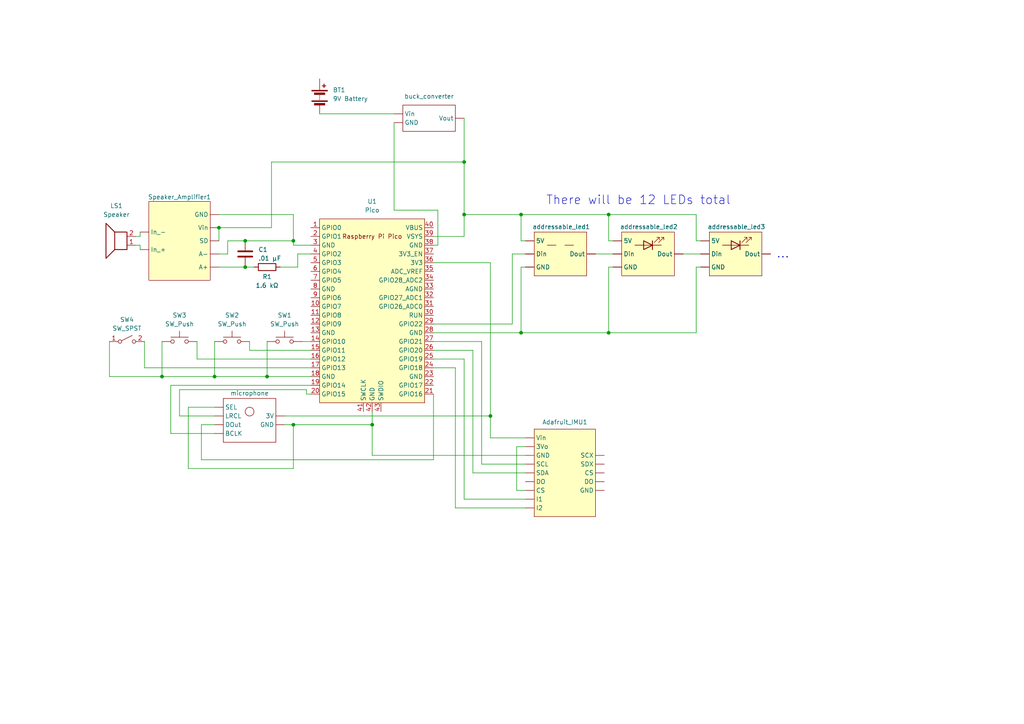
<source format=kicad_sch>
(kicad_sch
	(version 20250114)
	(generator "eeschema")
	(generator_version "9.0")
	(uuid "1ce03b43-c586-4221-bf73-f658d6e6057d")
	(paper "A4")
	(title_block
		(title "ECE2799 Team 3 Circuit Schematic")
		(date "11/11/2025")
	)
	(lib_symbols
		(symbol "Device:Battery"
			(pin_numbers
				(hide yes)
			)
			(pin_names
				(offset 0)
				(hide yes)
			)
			(exclude_from_sim no)
			(in_bom yes)
			(on_board yes)
			(property "Reference" "BT"
				(at 2.54 2.54 0)
				(effects
					(font
						(size 1.27 1.27)
					)
					(justify left)
				)
			)
			(property "Value" "Battery"
				(at 2.54 0 0)
				(effects
					(font
						(size 1.27 1.27)
					)
					(justify left)
				)
			)
			(property "Footprint" ""
				(at 0 1.524 90)
				(effects
					(font
						(size 1.27 1.27)
					)
					(hide yes)
				)
			)
			(property "Datasheet" "~"
				(at 0 1.524 90)
				(effects
					(font
						(size 1.27 1.27)
					)
					(hide yes)
				)
			)
			(property "Description" "Multiple-cell battery"
				(at 0 0 0)
				(effects
					(font
						(size 1.27 1.27)
					)
					(hide yes)
				)
			)
			(property "ki_keywords" "batt voltage-source cell"
				(at 0 0 0)
				(effects
					(font
						(size 1.27 1.27)
					)
					(hide yes)
				)
			)
			(symbol "Battery_0_1"
				(rectangle
					(start -2.286 1.778)
					(end 2.286 1.524)
					(stroke
						(width 0)
						(type default)
					)
					(fill
						(type outline)
					)
				)
				(rectangle
					(start -2.286 -1.27)
					(end 2.286 -1.524)
					(stroke
						(width 0)
						(type default)
					)
					(fill
						(type outline)
					)
				)
				(rectangle
					(start -1.524 1.016)
					(end 1.524 0.508)
					(stroke
						(width 0)
						(type default)
					)
					(fill
						(type outline)
					)
				)
				(rectangle
					(start -1.524 -2.032)
					(end 1.524 -2.54)
					(stroke
						(width 0)
						(type default)
					)
					(fill
						(type outline)
					)
				)
				(polyline
					(pts
						(xy 0 1.778) (xy 0 2.54)
					)
					(stroke
						(width 0)
						(type default)
					)
					(fill
						(type none)
					)
				)
				(polyline
					(pts
						(xy 0 0) (xy 0 0.254)
					)
					(stroke
						(width 0)
						(type default)
					)
					(fill
						(type none)
					)
				)
				(polyline
					(pts
						(xy 0 -0.508) (xy 0 -0.254)
					)
					(stroke
						(width 0)
						(type default)
					)
					(fill
						(type none)
					)
				)
				(polyline
					(pts
						(xy 0 -1.016) (xy 0 -0.762)
					)
					(stroke
						(width 0)
						(type default)
					)
					(fill
						(type none)
					)
				)
				(polyline
					(pts
						(xy 0.762 3.048) (xy 1.778 3.048)
					)
					(stroke
						(width 0.254)
						(type default)
					)
					(fill
						(type none)
					)
				)
				(polyline
					(pts
						(xy 1.27 3.556) (xy 1.27 2.54)
					)
					(stroke
						(width 0.254)
						(type default)
					)
					(fill
						(type none)
					)
				)
			)
			(symbol "Battery_1_1"
				(pin passive line
					(at 0 5.08 270)
					(length 2.54)
					(name "+"
						(effects
							(font
								(size 1.27 1.27)
							)
						)
					)
					(number "1"
						(effects
							(font
								(size 1.27 1.27)
							)
						)
					)
				)
				(pin passive line
					(at 0 -5.08 90)
					(length 2.54)
					(name "-"
						(effects
							(font
								(size 1.27 1.27)
							)
						)
					)
					(number "2"
						(effects
							(font
								(size 1.27 1.27)
							)
						)
					)
				)
			)
			(embedded_fonts no)
		)
		(symbol "Device:C"
			(pin_numbers
				(hide yes)
			)
			(pin_names
				(offset 0.254)
			)
			(exclude_from_sim no)
			(in_bom yes)
			(on_board yes)
			(property "Reference" "C"
				(at 0.635 2.54 0)
				(effects
					(font
						(size 1.27 1.27)
					)
					(justify left)
				)
			)
			(property "Value" "C"
				(at 0.635 -2.54 0)
				(effects
					(font
						(size 1.27 1.27)
					)
					(justify left)
				)
			)
			(property "Footprint" ""
				(at 0.9652 -3.81 0)
				(effects
					(font
						(size 1.27 1.27)
					)
					(hide yes)
				)
			)
			(property "Datasheet" "~"
				(at 0 0 0)
				(effects
					(font
						(size 1.27 1.27)
					)
					(hide yes)
				)
			)
			(property "Description" "Unpolarized capacitor"
				(at 0 0 0)
				(effects
					(font
						(size 1.27 1.27)
					)
					(hide yes)
				)
			)
			(property "ki_keywords" "cap capacitor"
				(at 0 0 0)
				(effects
					(font
						(size 1.27 1.27)
					)
					(hide yes)
				)
			)
			(property "ki_fp_filters" "C_*"
				(at 0 0 0)
				(effects
					(font
						(size 1.27 1.27)
					)
					(hide yes)
				)
			)
			(symbol "C_0_1"
				(polyline
					(pts
						(xy -2.032 0.762) (xy 2.032 0.762)
					)
					(stroke
						(width 0.508)
						(type default)
					)
					(fill
						(type none)
					)
				)
				(polyline
					(pts
						(xy -2.032 -0.762) (xy 2.032 -0.762)
					)
					(stroke
						(width 0.508)
						(type default)
					)
					(fill
						(type none)
					)
				)
			)
			(symbol "C_1_1"
				(pin passive line
					(at 0 3.81 270)
					(length 2.794)
					(name "~"
						(effects
							(font
								(size 1.27 1.27)
							)
						)
					)
					(number "1"
						(effects
							(font
								(size 1.27 1.27)
							)
						)
					)
				)
				(pin passive line
					(at 0 -3.81 90)
					(length 2.794)
					(name "~"
						(effects
							(font
								(size 1.27 1.27)
							)
						)
					)
					(number "2"
						(effects
							(font
								(size 1.27 1.27)
							)
						)
					)
				)
			)
			(embedded_fonts no)
		)
		(symbol "Device:LED"
			(pin_numbers
				(hide yes)
			)
			(pin_names
				(offset 1.016)
				(hide yes)
			)
			(exclude_from_sim no)
			(in_bom yes)
			(on_board yes)
			(property "Reference" "D"
				(at 0 2.54 0)
				(effects
					(font
						(size 1.27 1.27)
					)
				)
			)
			(property "Value" "LED"
				(at 0 -2.54 0)
				(effects
					(font
						(size 1.27 1.27)
					)
				)
			)
			(property "Footprint" ""
				(at 0 0 0)
				(effects
					(font
						(size 1.27 1.27)
					)
					(hide yes)
				)
			)
			(property "Datasheet" "~"
				(at 0 0 0)
				(effects
					(font
						(size 1.27 1.27)
					)
					(hide yes)
				)
			)
			(property "Description" "Light emitting diode"
				(at 0 0 0)
				(effects
					(font
						(size 1.27 1.27)
					)
					(hide yes)
				)
			)
			(property "Sim.Pins" "1=K 2=A"
				(at 0 0 0)
				(effects
					(font
						(size 1.27 1.27)
					)
					(hide yes)
				)
			)
			(property "ki_keywords" "LED diode"
				(at 0 0 0)
				(effects
					(font
						(size 1.27 1.27)
					)
					(hide yes)
				)
			)
			(property "ki_fp_filters" "LED* LED_SMD:* LED_THT:*"
				(at 0 0 0)
				(effects
					(font
						(size 1.27 1.27)
					)
					(hide yes)
				)
			)
			(symbol "LED_0_1"
				(polyline
					(pts
						(xy -3.048 -0.762) (xy -4.572 -2.286) (xy -3.81 -2.286) (xy -4.572 -2.286) (xy -4.572 -1.524)
					)
					(stroke
						(width 0)
						(type default)
					)
					(fill
						(type none)
					)
				)
				(polyline
					(pts
						(xy -1.778 -0.762) (xy -3.302 -2.286) (xy -2.54 -2.286) (xy -3.302 -2.286) (xy -3.302 -1.524)
					)
					(stroke
						(width 0)
						(type default)
					)
					(fill
						(type none)
					)
				)
				(polyline
					(pts
						(xy -1.27 0) (xy 1.27 0)
					)
					(stroke
						(width 0)
						(type default)
					)
					(fill
						(type none)
					)
				)
				(polyline
					(pts
						(xy -1.27 -1.27) (xy -1.27 1.27)
					)
					(stroke
						(width 0.254)
						(type default)
					)
					(fill
						(type none)
					)
				)
				(polyline
					(pts
						(xy 1.27 -1.27) (xy 1.27 1.27) (xy -1.27 0) (xy 1.27 -1.27)
					)
					(stroke
						(width 0.254)
						(type default)
					)
					(fill
						(type none)
					)
				)
			)
			(symbol "LED_1_1"
				(pin passive line
					(at -3.81 0 0)
					(length 2.54)
					(name "K"
						(effects
							(font
								(size 1.27 1.27)
							)
						)
					)
					(number "1"
						(effects
							(font
								(size 1.27 1.27)
							)
						)
					)
				)
				(pin passive line
					(at 3.81 0 180)
					(length 2.54)
					(name "A"
						(effects
							(font
								(size 1.27 1.27)
							)
						)
					)
					(number "2"
						(effects
							(font
								(size 1.27 1.27)
							)
						)
					)
				)
			)
			(embedded_fonts no)
		)
		(symbol "Device:R"
			(pin_numbers
				(hide yes)
			)
			(pin_names
				(offset 0)
			)
			(exclude_from_sim no)
			(in_bom yes)
			(on_board yes)
			(property "Reference" "R"
				(at 2.032 0 90)
				(effects
					(font
						(size 1.27 1.27)
					)
				)
			)
			(property "Value" "R"
				(at 0 0 90)
				(effects
					(font
						(size 1.27 1.27)
					)
				)
			)
			(property "Footprint" ""
				(at -1.778 0 90)
				(effects
					(font
						(size 1.27 1.27)
					)
					(hide yes)
				)
			)
			(property "Datasheet" "~"
				(at 0 0 0)
				(effects
					(font
						(size 1.27 1.27)
					)
					(hide yes)
				)
			)
			(property "Description" "Resistor"
				(at 0 0 0)
				(effects
					(font
						(size 1.27 1.27)
					)
					(hide yes)
				)
			)
			(property "ki_keywords" "R res resistor"
				(at 0 0 0)
				(effects
					(font
						(size 1.27 1.27)
					)
					(hide yes)
				)
			)
			(property "ki_fp_filters" "R_*"
				(at 0 0 0)
				(effects
					(font
						(size 1.27 1.27)
					)
					(hide yes)
				)
			)
			(symbol "R_0_1"
				(rectangle
					(start -1.016 -2.54)
					(end 1.016 2.54)
					(stroke
						(width 0.254)
						(type default)
					)
					(fill
						(type none)
					)
				)
			)
			(symbol "R_1_1"
				(pin passive line
					(at 0 3.81 270)
					(length 1.27)
					(name "~"
						(effects
							(font
								(size 1.27 1.27)
							)
						)
					)
					(number "1"
						(effects
							(font
								(size 1.27 1.27)
							)
						)
					)
				)
				(pin passive line
					(at 0 -3.81 90)
					(length 1.27)
					(name "~"
						(effects
							(font
								(size 1.27 1.27)
							)
						)
					)
					(number "2"
						(effects
							(font
								(size 1.27 1.27)
							)
						)
					)
				)
			)
			(embedded_fonts no)
		)
		(symbol "Device:Speaker"
			(pin_names
				(offset 0)
				(hide yes)
			)
			(exclude_from_sim no)
			(in_bom yes)
			(on_board yes)
			(property "Reference" "LS"
				(at 1.27 5.715 0)
				(effects
					(font
						(size 1.27 1.27)
					)
					(justify right)
				)
			)
			(property "Value" "Speaker"
				(at 1.27 3.81 0)
				(effects
					(font
						(size 1.27 1.27)
					)
					(justify right)
				)
			)
			(property "Footprint" ""
				(at 0 -5.08 0)
				(effects
					(font
						(size 1.27 1.27)
					)
					(hide yes)
				)
			)
			(property "Datasheet" "~"
				(at -0.254 -1.27 0)
				(effects
					(font
						(size 1.27 1.27)
					)
					(hide yes)
				)
			)
			(property "Description" "Speaker"
				(at 0 0 0)
				(effects
					(font
						(size 1.27 1.27)
					)
					(hide yes)
				)
			)
			(property "ki_keywords" "speaker sound"
				(at 0 0 0)
				(effects
					(font
						(size 1.27 1.27)
					)
					(hide yes)
				)
			)
			(symbol "Speaker_0_0"
				(rectangle
					(start -2.54 1.27)
					(end 1.016 -3.81)
					(stroke
						(width 0.254)
						(type default)
					)
					(fill
						(type none)
					)
				)
				(polyline
					(pts
						(xy 1.016 1.27) (xy 3.556 3.81) (xy 3.556 -6.35) (xy 1.016 -3.81)
					)
					(stroke
						(width 0.254)
						(type default)
					)
					(fill
						(type none)
					)
				)
			)
			(symbol "Speaker_1_1"
				(pin input line
					(at -5.08 0 0)
					(length 2.54)
					(name "1"
						(effects
							(font
								(size 1.27 1.27)
							)
						)
					)
					(number "1"
						(effects
							(font
								(size 1.27 1.27)
							)
						)
					)
				)
				(pin input line
					(at -5.08 -2.54 0)
					(length 2.54)
					(name "2"
						(effects
							(font
								(size 1.27 1.27)
							)
						)
					)
					(number "2"
						(effects
							(font
								(size 1.27 1.27)
							)
						)
					)
				)
			)
			(embedded_fonts no)
		)
		(symbol "MCU_RaspberryPi_and_Boards:Pico"
			(exclude_from_sim no)
			(in_bom yes)
			(on_board yes)
			(property "Reference" "U"
				(at -13.97 27.94 0)
				(effects
					(font
						(size 1.27 1.27)
					)
				)
			)
			(property "Value" "Pico"
				(at 0 19.05 0)
				(effects
					(font
						(size 1.27 1.27)
					)
				)
			)
			(property "Footprint" "RPi_Pico:RPi_Pico_SMD_TH"
				(at 0 0 90)
				(effects
					(font
						(size 1.27 1.27)
					)
					(hide yes)
				)
			)
			(property "Datasheet" ""
				(at 0 0 0)
				(effects
					(font
						(size 1.27 1.27)
					)
					(hide yes)
				)
			)
			(property "Description" ""
				(at 0 0 0)
				(effects
					(font
						(size 1.27 1.27)
					)
					(hide yes)
				)
			)
			(symbol "Pico_0_0"
				(text "Raspberry Pi Pico"
					(at 0 21.59 0)
					(effects
						(font
							(size 1.27 1.27)
						)
					)
				)
			)
			(symbol "Pico_0_1"
				(rectangle
					(start -15.24 26.67)
					(end 15.24 -26.67)
					(stroke
						(width 0)
						(type default)
					)
					(fill
						(type background)
					)
				)
			)
			(symbol "Pico_1_1"
				(pin bidirectional line
					(at -17.78 24.13 0)
					(length 2.54)
					(name "GPIO0"
						(effects
							(font
								(size 1.27 1.27)
							)
						)
					)
					(number "1"
						(effects
							(font
								(size 1.27 1.27)
							)
						)
					)
				)
				(pin bidirectional line
					(at -17.78 21.59 0)
					(length 2.54)
					(name "GPIO1"
						(effects
							(font
								(size 1.27 1.27)
							)
						)
					)
					(number "2"
						(effects
							(font
								(size 1.27 1.27)
							)
						)
					)
				)
				(pin power_in line
					(at -17.78 19.05 0)
					(length 2.54)
					(name "GND"
						(effects
							(font
								(size 1.27 1.27)
							)
						)
					)
					(number "3"
						(effects
							(font
								(size 1.27 1.27)
							)
						)
					)
				)
				(pin bidirectional line
					(at -17.78 16.51 0)
					(length 2.54)
					(name "GPIO2"
						(effects
							(font
								(size 1.27 1.27)
							)
						)
					)
					(number "4"
						(effects
							(font
								(size 1.27 1.27)
							)
						)
					)
				)
				(pin bidirectional line
					(at -17.78 13.97 0)
					(length 2.54)
					(name "GPIO3"
						(effects
							(font
								(size 1.27 1.27)
							)
						)
					)
					(number "5"
						(effects
							(font
								(size 1.27 1.27)
							)
						)
					)
				)
				(pin bidirectional line
					(at -17.78 11.43 0)
					(length 2.54)
					(name "GPIO4"
						(effects
							(font
								(size 1.27 1.27)
							)
						)
					)
					(number "6"
						(effects
							(font
								(size 1.27 1.27)
							)
						)
					)
				)
				(pin bidirectional line
					(at -17.78 8.89 0)
					(length 2.54)
					(name "GPIO5"
						(effects
							(font
								(size 1.27 1.27)
							)
						)
					)
					(number "7"
						(effects
							(font
								(size 1.27 1.27)
							)
						)
					)
				)
				(pin power_in line
					(at -17.78 6.35 0)
					(length 2.54)
					(name "GND"
						(effects
							(font
								(size 1.27 1.27)
							)
						)
					)
					(number "8"
						(effects
							(font
								(size 1.27 1.27)
							)
						)
					)
				)
				(pin bidirectional line
					(at -17.78 3.81 0)
					(length 2.54)
					(name "GPIO6"
						(effects
							(font
								(size 1.27 1.27)
							)
						)
					)
					(number "9"
						(effects
							(font
								(size 1.27 1.27)
							)
						)
					)
				)
				(pin bidirectional line
					(at -17.78 1.27 0)
					(length 2.54)
					(name "GPIO7"
						(effects
							(font
								(size 1.27 1.27)
							)
						)
					)
					(number "10"
						(effects
							(font
								(size 1.27 1.27)
							)
						)
					)
				)
				(pin bidirectional line
					(at -17.78 -1.27 0)
					(length 2.54)
					(name "GPIO8"
						(effects
							(font
								(size 1.27 1.27)
							)
						)
					)
					(number "11"
						(effects
							(font
								(size 1.27 1.27)
							)
						)
					)
				)
				(pin bidirectional line
					(at -17.78 -3.81 0)
					(length 2.54)
					(name "GPIO9"
						(effects
							(font
								(size 1.27 1.27)
							)
						)
					)
					(number "12"
						(effects
							(font
								(size 1.27 1.27)
							)
						)
					)
				)
				(pin power_in line
					(at -17.78 -6.35 0)
					(length 2.54)
					(name "GND"
						(effects
							(font
								(size 1.27 1.27)
							)
						)
					)
					(number "13"
						(effects
							(font
								(size 1.27 1.27)
							)
						)
					)
				)
				(pin bidirectional line
					(at -17.78 -8.89 0)
					(length 2.54)
					(name "GPIO10"
						(effects
							(font
								(size 1.27 1.27)
							)
						)
					)
					(number "14"
						(effects
							(font
								(size 1.27 1.27)
							)
						)
					)
				)
				(pin bidirectional line
					(at -17.78 -11.43 0)
					(length 2.54)
					(name "GPIO11"
						(effects
							(font
								(size 1.27 1.27)
							)
						)
					)
					(number "15"
						(effects
							(font
								(size 1.27 1.27)
							)
						)
					)
				)
				(pin bidirectional line
					(at -17.78 -13.97 0)
					(length 2.54)
					(name "GPIO12"
						(effects
							(font
								(size 1.27 1.27)
							)
						)
					)
					(number "16"
						(effects
							(font
								(size 1.27 1.27)
							)
						)
					)
				)
				(pin bidirectional line
					(at -17.78 -16.51 0)
					(length 2.54)
					(name "GPIO13"
						(effects
							(font
								(size 1.27 1.27)
							)
						)
					)
					(number "17"
						(effects
							(font
								(size 1.27 1.27)
							)
						)
					)
				)
				(pin power_in line
					(at -17.78 -19.05 0)
					(length 2.54)
					(name "GND"
						(effects
							(font
								(size 1.27 1.27)
							)
						)
					)
					(number "18"
						(effects
							(font
								(size 1.27 1.27)
							)
						)
					)
				)
				(pin bidirectional line
					(at -17.78 -21.59 0)
					(length 2.54)
					(name "GPIO14"
						(effects
							(font
								(size 1.27 1.27)
							)
						)
					)
					(number "19"
						(effects
							(font
								(size 1.27 1.27)
							)
						)
					)
				)
				(pin bidirectional line
					(at -17.78 -24.13 0)
					(length 2.54)
					(name "GPIO15"
						(effects
							(font
								(size 1.27 1.27)
							)
						)
					)
					(number "20"
						(effects
							(font
								(size 1.27 1.27)
							)
						)
					)
				)
				(pin input line
					(at -2.54 -29.21 90)
					(length 2.54)
					(name "SWCLK"
						(effects
							(font
								(size 1.27 1.27)
							)
						)
					)
					(number "41"
						(effects
							(font
								(size 1.27 1.27)
							)
						)
					)
				)
				(pin power_in line
					(at 0 -29.21 90)
					(length 2.54)
					(name "GND"
						(effects
							(font
								(size 1.27 1.27)
							)
						)
					)
					(number "42"
						(effects
							(font
								(size 1.27 1.27)
							)
						)
					)
				)
				(pin bidirectional line
					(at 2.54 -29.21 90)
					(length 2.54)
					(name "SWDIO"
						(effects
							(font
								(size 1.27 1.27)
							)
						)
					)
					(number "43"
						(effects
							(font
								(size 1.27 1.27)
							)
						)
					)
				)
				(pin power_in line
					(at 17.78 24.13 180)
					(length 2.54)
					(name "VBUS"
						(effects
							(font
								(size 1.27 1.27)
							)
						)
					)
					(number "40"
						(effects
							(font
								(size 1.27 1.27)
							)
						)
					)
				)
				(pin power_in line
					(at 17.78 21.59 180)
					(length 2.54)
					(name "VSYS"
						(effects
							(font
								(size 1.27 1.27)
							)
						)
					)
					(number "39"
						(effects
							(font
								(size 1.27 1.27)
							)
						)
					)
				)
				(pin bidirectional line
					(at 17.78 19.05 180)
					(length 2.54)
					(name "GND"
						(effects
							(font
								(size 1.27 1.27)
							)
						)
					)
					(number "38"
						(effects
							(font
								(size 1.27 1.27)
							)
						)
					)
				)
				(pin input line
					(at 17.78 16.51 180)
					(length 2.54)
					(name "3V3_EN"
						(effects
							(font
								(size 1.27 1.27)
							)
						)
					)
					(number "37"
						(effects
							(font
								(size 1.27 1.27)
							)
						)
					)
				)
				(pin power_in line
					(at 17.78 13.97 180)
					(length 2.54)
					(name "3V3"
						(effects
							(font
								(size 1.27 1.27)
							)
						)
					)
					(number "36"
						(effects
							(font
								(size 1.27 1.27)
							)
						)
					)
				)
				(pin power_in line
					(at 17.78 11.43 180)
					(length 2.54)
					(name "ADC_VREF"
						(effects
							(font
								(size 1.27 1.27)
							)
						)
					)
					(number "35"
						(effects
							(font
								(size 1.27 1.27)
							)
						)
					)
				)
				(pin bidirectional line
					(at 17.78 8.89 180)
					(length 2.54)
					(name "GPIO28_ADC2"
						(effects
							(font
								(size 1.27 1.27)
							)
						)
					)
					(number "34"
						(effects
							(font
								(size 1.27 1.27)
							)
						)
					)
				)
				(pin power_in line
					(at 17.78 6.35 180)
					(length 2.54)
					(name "AGND"
						(effects
							(font
								(size 1.27 1.27)
							)
						)
					)
					(number "33"
						(effects
							(font
								(size 1.27 1.27)
							)
						)
					)
				)
				(pin bidirectional line
					(at 17.78 3.81 180)
					(length 2.54)
					(name "GPIO27_ADC1"
						(effects
							(font
								(size 1.27 1.27)
							)
						)
					)
					(number "32"
						(effects
							(font
								(size 1.27 1.27)
							)
						)
					)
				)
				(pin bidirectional line
					(at 17.78 1.27 180)
					(length 2.54)
					(name "GPIO26_ADC0"
						(effects
							(font
								(size 1.27 1.27)
							)
						)
					)
					(number "31"
						(effects
							(font
								(size 1.27 1.27)
							)
						)
					)
				)
				(pin input line
					(at 17.78 -1.27 180)
					(length 2.54)
					(name "RUN"
						(effects
							(font
								(size 1.27 1.27)
							)
						)
					)
					(number "30"
						(effects
							(font
								(size 1.27 1.27)
							)
						)
					)
				)
				(pin bidirectional line
					(at 17.78 -3.81 180)
					(length 2.54)
					(name "GPIO22"
						(effects
							(font
								(size 1.27 1.27)
							)
						)
					)
					(number "29"
						(effects
							(font
								(size 1.27 1.27)
							)
						)
					)
				)
				(pin power_in line
					(at 17.78 -6.35 180)
					(length 2.54)
					(name "GND"
						(effects
							(font
								(size 1.27 1.27)
							)
						)
					)
					(number "28"
						(effects
							(font
								(size 1.27 1.27)
							)
						)
					)
				)
				(pin bidirectional line
					(at 17.78 -8.89 180)
					(length 2.54)
					(name "GPIO21"
						(effects
							(font
								(size 1.27 1.27)
							)
						)
					)
					(number "27"
						(effects
							(font
								(size 1.27 1.27)
							)
						)
					)
				)
				(pin bidirectional line
					(at 17.78 -11.43 180)
					(length 2.54)
					(name "GPIO20"
						(effects
							(font
								(size 1.27 1.27)
							)
						)
					)
					(number "26"
						(effects
							(font
								(size 1.27 1.27)
							)
						)
					)
				)
				(pin bidirectional line
					(at 17.78 -13.97 180)
					(length 2.54)
					(name "GPIO19"
						(effects
							(font
								(size 1.27 1.27)
							)
						)
					)
					(number "25"
						(effects
							(font
								(size 1.27 1.27)
							)
						)
					)
				)
				(pin bidirectional line
					(at 17.78 -16.51 180)
					(length 2.54)
					(name "GPIO18"
						(effects
							(font
								(size 1.27 1.27)
							)
						)
					)
					(number "24"
						(effects
							(font
								(size 1.27 1.27)
							)
						)
					)
				)
				(pin power_in line
					(at 17.78 -19.05 180)
					(length 2.54)
					(name "GND"
						(effects
							(font
								(size 1.27 1.27)
							)
						)
					)
					(number "23"
						(effects
							(font
								(size 1.27 1.27)
							)
						)
					)
				)
				(pin bidirectional line
					(at 17.78 -21.59 180)
					(length 2.54)
					(name "GPIO17"
						(effects
							(font
								(size 1.27 1.27)
							)
						)
					)
					(number "22"
						(effects
							(font
								(size 1.27 1.27)
							)
						)
					)
				)
				(pin bidirectional line
					(at 17.78 -24.13 180)
					(length 2.54)
					(name "GPIO16"
						(effects
							(font
								(size 1.27 1.27)
							)
						)
					)
					(number "21"
						(effects
							(font
								(size 1.27 1.27)
							)
						)
					)
				)
			)
			(embedded_fonts no)
		)
		(symbol "New_Library:IMU"
			(exclude_from_sim no)
			(in_bom yes)
			(on_board yes)
			(property "Reference" "Adafruit_IMU"
				(at 0.254 1.016 0)
				(effects
					(font
						(size 1.27 1.27)
					)
				)
			)
			(property "Value" ""
				(at 0 0 0)
				(effects
					(font
						(size 1.27 1.27)
					)
				)
			)
			(property "Footprint" ""
				(at 0 0 0)
				(effects
					(font
						(size 1.27 1.27)
					)
					(hide yes)
				)
			)
			(property "Datasheet" ""
				(at 0 0 0)
				(effects
					(font
						(size 1.27 1.27)
					)
					(hide yes)
				)
			)
			(property "Description" ""
				(at 0 0 0)
				(effects
					(font
						(size 1.27 1.27)
					)
					(hide yes)
				)
			)
			(symbol "IMU_1_1"
				(rectangle
					(start -8.89 27.94)
					(end 8.89 2.54)
					(stroke
						(width 0)
						(type solid)
					)
					(fill
						(type background)
					)
				)
				(pin power_in line
					(at -11.43 25.4 0)
					(length 2.54)
					(name "Vin"
						(effects
							(font
								(size 1.27 1.27)
							)
						)
					)
					(number ""
						(effects
							(font
								(size 1.27 1.27)
							)
						)
					)
				)
				(pin power_out line
					(at -11.43 22.86 0)
					(length 2.54)
					(name "3Vo"
						(effects
							(font
								(size 1.27 1.27)
							)
						)
					)
					(number ""
						(effects
							(font
								(size 1.27 1.27)
							)
						)
					)
				)
				(pin power_out line
					(at -11.43 20.32 0)
					(length 2.54)
					(name "GND"
						(effects
							(font
								(size 1.27 1.27)
							)
						)
					)
					(number ""
						(effects
							(font
								(size 1.27 1.27)
							)
						)
					)
				)
				(pin output line
					(at -11.43 17.78 0)
					(length 2.54)
					(name "SCL"
						(effects
							(font
								(size 1.27 1.27)
							)
						)
					)
					(number ""
						(effects
							(font
								(size 1.27 1.27)
							)
						)
					)
				)
				(pin unspecified line
					(at -11.43 15.24 0)
					(length 2.54)
					(name "SDA"
						(effects
							(font
								(size 1.27 1.27)
							)
						)
					)
					(number ""
						(effects
							(font
								(size 1.27 1.27)
							)
						)
					)
				)
				(pin unspecified line
					(at -11.43 12.7 0)
					(length 2.54)
					(name "DO"
						(effects
							(font
								(size 1.27 1.27)
							)
						)
					)
					(number ""
						(effects
							(font
								(size 1.27 1.27)
							)
						)
					)
				)
				(pin unspecified line
					(at -11.43 10.16 0)
					(length 2.54)
					(name "CS"
						(effects
							(font
								(size 1.27 1.27)
							)
						)
					)
					(number ""
						(effects
							(font
								(size 1.27 1.27)
							)
						)
					)
				)
				(pin unspecified line
					(at -11.43 7.62 0)
					(length 2.54)
					(name "I1"
						(effects
							(font
								(size 1.27 1.27)
							)
						)
					)
					(number ""
						(effects
							(font
								(size 1.27 1.27)
							)
						)
					)
				)
				(pin unspecified line
					(at -11.43 5.08 0)
					(length 2.54)
					(name "I2"
						(effects
							(font
								(size 1.27 1.27)
							)
						)
					)
					(number ""
						(effects
							(font
								(size 1.27 1.27)
							)
						)
					)
				)
				(pin unspecified line
					(at 11.43 20.32 180)
					(length 2.54)
					(name "SCX"
						(effects
							(font
								(size 1.27 1.27)
							)
						)
					)
					(number ""
						(effects
							(font
								(size 1.27 1.27)
							)
						)
					)
				)
				(pin unspecified line
					(at 11.43 17.78 180)
					(length 2.54)
					(name "SDX"
						(effects
							(font
								(size 1.27 1.27)
							)
						)
					)
					(number ""
						(effects
							(font
								(size 1.27 1.27)
							)
						)
					)
				)
				(pin unspecified line
					(at 11.43 15.24 180)
					(length 2.54)
					(name "CS"
						(effects
							(font
								(size 1.27 1.27)
							)
						)
					)
					(number ""
						(effects
							(font
								(size 1.27 1.27)
							)
						)
					)
				)
				(pin unspecified line
					(at 11.43 12.7 180)
					(length 2.54)
					(name "DO"
						(effects
							(font
								(size 1.27 1.27)
							)
						)
					)
					(number ""
						(effects
							(font
								(size 1.27 1.27)
							)
						)
					)
				)
				(pin unspecified line
					(at 11.43 10.16 180)
					(length 2.54)
					(name "GND"
						(effects
							(font
								(size 1.27 1.27)
							)
						)
					)
					(number ""
						(effects
							(font
								(size 1.27 1.27)
							)
						)
					)
				)
			)
			(embedded_fonts no)
		)
		(symbol "New_Library:Speaker_Amplifier"
			(exclude_from_sim no)
			(in_bom yes)
			(on_board yes)
			(property "Reference" "Speaker_Amplifier"
				(at 0 0 0)
				(effects
					(font
						(size 1.27 1.27)
					)
				)
			)
			(property "Value" ""
				(at 0 0 0)
				(effects
					(font
						(size 1.27 1.27)
					)
				)
			)
			(property "Footprint" ""
				(at 0 0 0)
				(effects
					(font
						(size 1.27 1.27)
					)
					(hide yes)
				)
			)
			(property "Datasheet" ""
				(at 0 0 0)
				(effects
					(font
						(size 1.27 1.27)
					)
					(hide yes)
				)
			)
			(property "Description" ""
				(at 0 0 0)
				(effects
					(font
						(size 1.27 1.27)
					)
					(hide yes)
				)
			)
			(symbol "Speaker_Amplifier_0_1"
				(rectangle
					(start -8.89 24.13)
					(end 8.89 1.27)
					(stroke
						(width 0)
						(type default)
					)
					(fill
						(type background)
					)
				)
			)
			(symbol "Speaker_Amplifier_1_1"
				(pin unspecified line
					(at -11.43 20.32 0)
					(length 2.54)
					(name "A+"
						(effects
							(font
								(size 1.27 1.27)
							)
						)
					)
					(number ""
						(effects
							(font
								(size 1.27 1.27)
							)
						)
					)
				)
				(pin unspecified line
					(at -11.43 16.51 0)
					(length 2.54)
					(name "A-"
						(effects
							(font
								(size 1.27 1.27)
							)
						)
					)
					(number ""
						(effects
							(font
								(size 1.27 1.27)
							)
						)
					)
				)
				(pin unspecified line
					(at -11.43 12.7 0)
					(length 2.54)
					(name "SD"
						(effects
							(font
								(size 1.27 1.27)
							)
						)
					)
					(number ""
						(effects
							(font
								(size 1.27 1.27)
							)
						)
					)
				)
				(pin unspecified line
					(at -11.43 8.89 0)
					(length 2.54)
					(name "Vin"
						(effects
							(font
								(size 1.27 1.27)
							)
						)
					)
					(number ""
						(effects
							(font
								(size 1.27 1.27)
							)
						)
					)
				)
				(pin unspecified line
					(at -11.43 5.08 0)
					(length 2.54)
					(name "GND"
						(effects
							(font
								(size 1.27 1.27)
							)
						)
					)
					(number ""
						(effects
							(font
								(size 1.27 1.27)
							)
						)
					)
				)
				(pin unspecified line
					(at 11.43 15.24 180)
					(length 2.54)
					(name "In_+"
						(effects
							(font
								(size 1.27 1.27)
							)
						)
					)
					(number ""
						(effects
							(font
								(size 1.27 1.27)
							)
						)
					)
				)
				(pin unspecified line
					(at 11.43 10.16 180)
					(length 2.54)
					(name "In_-"
						(effects
							(font
								(size 1.27 1.27)
							)
						)
					)
					(number ""
						(effects
							(font
								(size 1.27 1.27)
							)
						)
					)
				)
			)
			(embedded_fonts no)
		)
		(symbol "New_Library:addressable_led"
			(exclude_from_sim no)
			(in_bom yes)
			(on_board yes)
			(property "Reference" "addressable_led"
				(at 0 0 0)
				(effects
					(font
						(size 1.27 1.27)
					)
				)
			)
			(property "Value" ""
				(at 0 0 0)
				(effects
					(font
						(size 1.27 1.27)
					)
				)
			)
			(property "Footprint" ""
				(at 0 0 0)
				(effects
					(font
						(size 1.27 1.27)
					)
					(hide yes)
				)
			)
			(property "Datasheet" ""
				(at 0 0 0)
				(effects
					(font
						(size 1.27 1.27)
					)
					(hide yes)
				)
			)
			(property "Description" ""
				(at 0 0 0)
				(effects
					(font
						(size 1.27 1.27)
					)
					(hide yes)
				)
			)
			(symbol "addressable_led_0_1"
				(rectangle
					(start -7.62 15.24)
					(end 7.62 2.54)
					(stroke
						(width 0)
						(type default)
					)
					(fill
						(type background)
					)
				)
			)
			(symbol "addressable_led_1_1"
				(pin power_in line
					(at -10.16 12.7 0)
					(length 2.54)
					(name "5V"
						(effects
							(font
								(size 1.27 1.27)
							)
						)
					)
					(number ""
						(effects
							(font
								(size 1.27 1.27)
							)
						)
					)
				)
				(pin input line
					(at -10.16 8.89 0)
					(length 2.54)
					(name "Din"
						(effects
							(font
								(size 1.27 1.27)
							)
						)
					)
					(number ""
						(effects
							(font
								(size 1.27 1.27)
							)
						)
					)
				)
				(pin power_out line
					(at -10.16 5.08 0)
					(length 2.54)
					(name "GND"
						(effects
							(font
								(size 1.27 1.27)
							)
						)
					)
					(number ""
						(effects
							(font
								(size 1.27 1.27)
							)
						)
					)
				)
				(pin output line
					(at 10.16 8.89 180)
					(length 2.54)
					(name "Dout"
						(effects
							(font
								(size 1.27 1.27)
							)
						)
					)
					(number ""
						(effects
							(font
								(size 1.27 1.27)
							)
						)
					)
				)
			)
			(embedded_fonts no)
		)
		(symbol "New_Library:buck_converter"
			(exclude_from_sim no)
			(in_bom yes)
			(on_board yes)
			(property "Reference" "buck_converter"
				(at 0 0 0)
				(effects
					(font
						(size 1.27 1.27)
					)
				)
			)
			(property "Value" ""
				(at 0 0 0)
				(effects
					(font
						(size 1.27 1.27)
					)
				)
			)
			(property "Footprint" ""
				(at 0 0 0)
				(effects
					(font
						(size 1.27 1.27)
					)
					(hide yes)
				)
			)
			(property "Datasheet" ""
				(at 0 0 0)
				(effects
					(font
						(size 1.27 1.27)
					)
					(hide yes)
				)
			)
			(property "Description" ""
				(at 0 0 0)
				(effects
					(font
						(size 1.27 1.27)
					)
					(hide yes)
				)
			)
			(symbol "buck_converter_0_1"
				(rectangle
					(start -7.62 -2.54)
					(end 7.62 -10.16)
					(stroke
						(width 0)
						(type default)
					)
					(fill
						(type none)
					)
				)
			)
			(symbol "buck_converter_1_1"
				(pin input line
					(at -10.16 -5.08 0)
					(length 2.54)
					(name "Vin"
						(effects
							(font
								(size 1.27 1.27)
							)
						)
					)
					(number ""
						(effects
							(font
								(size 1.27 1.27)
							)
						)
					)
				)
				(pin power_out line
					(at -10.16 -7.62 0)
					(length 2.54)
					(name "GND"
						(effects
							(font
								(size 1.27 1.27)
							)
						)
					)
					(number ""
						(effects
							(font
								(size 1.27 1.27)
							)
						)
					)
				)
				(pin output line
					(at 10.16 -6.35 180)
					(length 2.54)
					(name "Vout"
						(effects
							(font
								(size 1.27 1.27)
							)
						)
					)
					(number ""
						(effects
							(font
								(size 1.27 1.27)
							)
						)
					)
				)
			)
			(embedded_fonts no)
		)
		(symbol "New_Library:microphone"
			(exclude_from_sim no)
			(in_bom yes)
			(on_board yes)
			(property "Reference" "microphone"
				(at 0 0 0)
				(effects
					(font
						(size 1.27 1.27)
					)
				)
			)
			(property "Value" ""
				(at 0 0 0)
				(effects
					(font
						(size 1.27 1.27)
					)
				)
			)
			(property "Footprint" ""
				(at 0 0 0)
				(effects
					(font
						(size 1.27 1.27)
					)
					(hide yes)
				)
			)
			(property "Datasheet" ""
				(at 0 0 0)
				(effects
					(font
						(size 1.27 1.27)
					)
					(hide yes)
				)
			)
			(property "Description" ""
				(at 0 0 0)
				(effects
					(font
						(size 1.27 1.27)
					)
					(hide yes)
				)
			)
			(symbol "microphone_0_1"
				(rectangle
					(start -7.62 13.97)
					(end 7.62 1.27)
					(stroke
						(width 0)
						(type default)
					)
					(fill
						(type none)
					)
				)
				(circle
					(center 0 10.16)
					(radius 1.27)
					(stroke
						(width 0)
						(type default)
					)
					(fill
						(type none)
					)
				)
			)
			(symbol "microphone_1_1"
				(pin unspecified line
					(at -10.16 11.43 0)
					(length 2.54)
					(name "SEL"
						(effects
							(font
								(size 1.27 1.27)
							)
						)
					)
					(number ""
						(effects
							(font
								(size 1.27 1.27)
							)
						)
					)
				)
				(pin unspecified line
					(at -10.16 8.89 0)
					(length 2.54)
					(name "LRCL"
						(effects
							(font
								(size 1.27 1.27)
							)
						)
					)
					(number ""
						(effects
							(font
								(size 1.27 1.27)
							)
						)
					)
				)
				(pin unspecified line
					(at -10.16 6.35 0)
					(length 2.54)
					(name "DOut"
						(effects
							(font
								(size 1.27 1.27)
							)
						)
					)
					(number ""
						(effects
							(font
								(size 1.27 1.27)
							)
						)
					)
				)
				(pin unspecified line
					(at -10.16 3.81 0)
					(length 2.54)
					(name "BCLK"
						(effects
							(font
								(size 1.27 1.27)
							)
						)
					)
					(number ""
						(effects
							(font
								(size 1.27 1.27)
							)
						)
					)
				)
				(pin unspecified line
					(at 10.16 8.89 180)
					(length 2.54)
					(name "3V"
						(effects
							(font
								(size 1.27 1.27)
							)
						)
					)
					(number ""
						(effects
							(font
								(size 1.27 1.27)
							)
						)
					)
				)
				(pin unspecified line
					(at 10.16 6.35 180)
					(length 2.54)
					(name "GND"
						(effects
							(font
								(size 1.27 1.27)
							)
						)
					)
					(number ""
						(effects
							(font
								(size 1.27 1.27)
							)
						)
					)
				)
			)
			(embedded_fonts no)
		)
		(symbol "Switch:SW_Push"
			(pin_numbers
				(hide yes)
			)
			(pin_names
				(offset 1.016)
				(hide yes)
			)
			(exclude_from_sim no)
			(in_bom yes)
			(on_board yes)
			(property "Reference" "SW"
				(at 1.27 2.54 0)
				(effects
					(font
						(size 1.27 1.27)
					)
					(justify left)
				)
			)
			(property "Value" "SW_Push"
				(at 0 -1.524 0)
				(effects
					(font
						(size 1.27 1.27)
					)
				)
			)
			(property "Footprint" ""
				(at 0 5.08 0)
				(effects
					(font
						(size 1.27 1.27)
					)
					(hide yes)
				)
			)
			(property "Datasheet" "~"
				(at 0 5.08 0)
				(effects
					(font
						(size 1.27 1.27)
					)
					(hide yes)
				)
			)
			(property "Description" "Push button switch, generic, two pins"
				(at 0 0 0)
				(effects
					(font
						(size 1.27 1.27)
					)
					(hide yes)
				)
			)
			(property "ki_keywords" "switch normally-open pushbutton push-button"
				(at 0 0 0)
				(effects
					(font
						(size 1.27 1.27)
					)
					(hide yes)
				)
			)
			(symbol "SW_Push_0_1"
				(circle
					(center -2.032 0)
					(radius 0.508)
					(stroke
						(width 0)
						(type default)
					)
					(fill
						(type none)
					)
				)
				(polyline
					(pts
						(xy 0 1.27) (xy 0 3.048)
					)
					(stroke
						(width 0)
						(type default)
					)
					(fill
						(type none)
					)
				)
				(circle
					(center 2.032 0)
					(radius 0.508)
					(stroke
						(width 0)
						(type default)
					)
					(fill
						(type none)
					)
				)
				(polyline
					(pts
						(xy 2.54 1.27) (xy -2.54 1.27)
					)
					(stroke
						(width 0)
						(type default)
					)
					(fill
						(type none)
					)
				)
				(pin passive line
					(at -5.08 0 0)
					(length 2.54)
					(name "1"
						(effects
							(font
								(size 1.27 1.27)
							)
						)
					)
					(number "1"
						(effects
							(font
								(size 1.27 1.27)
							)
						)
					)
				)
				(pin passive line
					(at 5.08 0 180)
					(length 2.54)
					(name "2"
						(effects
							(font
								(size 1.27 1.27)
							)
						)
					)
					(number "2"
						(effects
							(font
								(size 1.27 1.27)
							)
						)
					)
				)
			)
			(embedded_fonts no)
		)
		(symbol "Switch:SW_SPST"
			(pin_names
				(offset 0)
				(hide yes)
			)
			(exclude_from_sim no)
			(in_bom yes)
			(on_board yes)
			(property "Reference" "SW"
				(at 0 3.175 0)
				(effects
					(font
						(size 1.27 1.27)
					)
				)
			)
			(property "Value" "SW_SPST"
				(at 0 -2.54 0)
				(effects
					(font
						(size 1.27 1.27)
					)
				)
			)
			(property "Footprint" ""
				(at 0 0 0)
				(effects
					(font
						(size 1.27 1.27)
					)
					(hide yes)
				)
			)
			(property "Datasheet" "~"
				(at 0 0 0)
				(effects
					(font
						(size 1.27 1.27)
					)
					(hide yes)
				)
			)
			(property "Description" "Single Pole Single Throw (SPST) switch"
				(at 0 0 0)
				(effects
					(font
						(size 1.27 1.27)
					)
					(hide yes)
				)
			)
			(property "ki_keywords" "switch lever"
				(at 0 0 0)
				(effects
					(font
						(size 1.27 1.27)
					)
					(hide yes)
				)
			)
			(symbol "SW_SPST_0_0"
				(circle
					(center -2.032 0)
					(radius 0.508)
					(stroke
						(width 0)
						(type default)
					)
					(fill
						(type none)
					)
				)
				(polyline
					(pts
						(xy -1.524 0.254) (xy 1.524 1.778)
					)
					(stroke
						(width 0)
						(type default)
					)
					(fill
						(type none)
					)
				)
				(circle
					(center 2.032 0)
					(radius 0.508)
					(stroke
						(width 0)
						(type default)
					)
					(fill
						(type none)
					)
				)
			)
			(symbol "SW_SPST_1_1"
				(pin passive line
					(at -5.08 0 0)
					(length 2.54)
					(name "A"
						(effects
							(font
								(size 1.27 1.27)
							)
						)
					)
					(number "1"
						(effects
							(font
								(size 1.27 1.27)
							)
						)
					)
				)
				(pin passive line
					(at 5.08 0 180)
					(length 2.54)
					(name "B"
						(effects
							(font
								(size 1.27 1.27)
							)
						)
					)
					(number "2"
						(effects
							(font
								(size 1.27 1.27)
							)
						)
					)
				)
			)
			(embedded_fonts no)
		)
		(symbol "addressable_led_1"
			(exclude_from_sim no)
			(in_bom yes)
			(on_board yes)
			(property "Reference" "addressable_led"
				(at 0 0 0)
				(effects
					(font
						(size 1.27 1.27)
					)
				)
			)
			(property "Value" ""
				(at 0 0 0)
				(effects
					(font
						(size 1.27 1.27)
					)
				)
			)
			(property "Footprint" ""
				(at 0 0 0)
				(effects
					(font
						(size 1.27 1.27)
					)
					(hide yes)
				)
			)
			(property "Datasheet" ""
				(at 0 0 0)
				(effects
					(font
						(size 1.27 1.27)
					)
					(hide yes)
				)
			)
			(property "Description" ""
				(at 0 0 0)
				(effects
					(font
						(size 1.27 1.27)
					)
					(hide yes)
				)
			)
			(symbol "addressable_led_1_0_1"
				(rectangle
					(start -7.62 15.24)
					(end 7.62 2.54)
					(stroke
						(width 0)
						(type default)
					)
					(fill
						(type background)
					)
				)
			)
			(symbol "addressable_led_1_1_1"
				(pin power_in line
					(at -10.16 12.7 0)
					(length 2.54)
					(name "5V"
						(effects
							(font
								(size 1.27 1.27)
							)
						)
					)
					(number ""
						(effects
							(font
								(size 1.27 1.27)
							)
						)
					)
				)
				(pin input line
					(at -10.16 8.89 0)
					(length 2.54)
					(name "Din"
						(effects
							(font
								(size 1.27 1.27)
							)
						)
					)
					(number ""
						(effects
							(font
								(size 1.27 1.27)
							)
						)
					)
				)
				(pin power_out line
					(at -10.16 5.08 0)
					(length 2.54)
					(name "GND"
						(effects
							(font
								(size 1.27 1.27)
							)
						)
					)
					(number ""
						(effects
							(font
								(size 1.27 1.27)
							)
						)
					)
				)
				(pin output line
					(at 10.16 8.89 180)
					(length 2.54)
					(name "Dout"
						(effects
							(font
								(size 1.27 1.27)
							)
						)
					)
					(number ""
						(effects
							(font
								(size 1.27 1.27)
							)
						)
					)
				)
			)
			(embedded_fonts no)
		)
		(symbol "addressable_led_2"
			(exclude_from_sim no)
			(in_bom yes)
			(on_board yes)
			(property "Reference" "addressable_led"
				(at 0 0 0)
				(effects
					(font
						(size 1.27 1.27)
					)
				)
			)
			(property "Value" ""
				(at 0 0 0)
				(effects
					(font
						(size 1.27 1.27)
					)
				)
			)
			(property "Footprint" ""
				(at 0 0 0)
				(effects
					(font
						(size 1.27 1.27)
					)
					(hide yes)
				)
			)
			(property "Datasheet" ""
				(at 0 0 0)
				(effects
					(font
						(size 1.27 1.27)
					)
					(hide yes)
				)
			)
			(property "Description" ""
				(at 0 0 0)
				(effects
					(font
						(size 1.27 1.27)
					)
					(hide yes)
				)
			)
			(symbol "addressable_led_2_0_1"
				(rectangle
					(start -7.62 15.24)
					(end 7.62 2.54)
					(stroke
						(width 0)
						(type default)
					)
					(fill
						(type background)
					)
				)
			)
			(symbol "addressable_led_2_1_1"
				(pin power_in line
					(at -10.16 12.7 0)
					(length 2.54)
					(name "5V"
						(effects
							(font
								(size 1.27 1.27)
							)
						)
					)
					(number ""
						(effects
							(font
								(size 1.27 1.27)
							)
						)
					)
				)
				(pin input line
					(at -10.16 8.89 0)
					(length 2.54)
					(name "Din"
						(effects
							(font
								(size 1.27 1.27)
							)
						)
					)
					(number ""
						(effects
							(font
								(size 1.27 1.27)
							)
						)
					)
				)
				(pin power_out line
					(at -10.16 5.08 0)
					(length 2.54)
					(name "GND"
						(effects
							(font
								(size 1.27 1.27)
							)
						)
					)
					(number ""
						(effects
							(font
								(size 1.27 1.27)
							)
						)
					)
				)
				(pin output line
					(at 10.16 8.89 180)
					(length 2.54)
					(name "Dout"
						(effects
							(font
								(size 1.27 1.27)
							)
						)
					)
					(number ""
						(effects
							(font
								(size 1.27 1.27)
							)
						)
					)
				)
			)
			(embedded_fonts no)
		)
	)
	(text "..."
		(exclude_from_sim no)
		(at 227.076 73.66 0)
		(effects
			(font
				(size 2.54 2.54)
			)
		)
		(uuid "b7a88e82-adac-4576-aff5-866aab4ca353")
	)
	(text "There will be 12 LEDs total"
		(exclude_from_sim no)
		(at 185.166 58.166 0)
		(effects
			(font
				(size 2.54 2.54)
			)
		)
		(uuid "c1e7f08c-4a16-488f-adbf-6e6727ac5669")
	)
	(junction
		(at 71.12 69.85)
		(diameter 0)
		(color 0 0 0 0)
		(uuid "140ad29f-3094-438a-9499-7996fa9c422a")
	)
	(junction
		(at 134.62 62.23)
		(diameter 0)
		(color 0 0 0 0)
		(uuid "174bb84c-2471-4b52-a4cd-ad56d0834c39")
	)
	(junction
		(at 62.23 109.22)
		(diameter 0)
		(color 0 0 0 0)
		(uuid "25535bf0-013a-43a3-ba3a-77a3899d1ab5")
	)
	(junction
		(at 151.13 96.52)
		(diameter 0)
		(color 0 0 0 0)
		(uuid "5a36e810-a69c-48a1-97df-3d8cabec205e")
	)
	(junction
		(at 176.53 96.52)
		(diameter 0)
		(color 0 0 0 0)
		(uuid "62d46ee7-20e1-4a39-8a66-51bc4938b6ac")
	)
	(junction
		(at 151.13 62.23)
		(diameter 0)
		(color 0 0 0 0)
		(uuid "646a7799-7652-4a60-93d9-95c1188db085")
	)
	(junction
		(at 134.62 46.99)
		(diameter 0)
		(color 0 0 0 0)
		(uuid "771fbaae-e3b7-43c3-a615-c918bd8a92dd")
	)
	(junction
		(at 46.99 109.22)
		(diameter 0)
		(color 0 0 0 0)
		(uuid "7e72af05-1fa4-4db9-8c54-5b9d8f7cd024")
	)
	(junction
		(at 77.47 109.22)
		(diameter 0)
		(color 0 0 0 0)
		(uuid "8d699129-2a70-4ccc-8ac5-a2df09c8adf9")
	)
	(junction
		(at 71.12 77.47)
		(diameter 0)
		(color 0 0 0 0)
		(uuid "9423b856-bc14-47fb-b91c-113acb7717d2")
	)
	(junction
		(at 176.53 62.23)
		(diameter 0)
		(color 0 0 0 0)
		(uuid "96d2cbc7-ab9d-4414-9d9b-5c3db6fb603f")
	)
	(junction
		(at 85.09 123.19)
		(diameter 0)
		(color 0 0 0 0)
		(uuid "9890737a-d1d6-4c54-b816-a6dc635417d9")
	)
	(junction
		(at 63.5 66.04)
		(diameter 0)
		(color 0 0 0 0)
		(uuid "b5e8e1ae-f51e-4ac6-b48c-dd4d7412b31c")
	)
	(junction
		(at 107.95 123.19)
		(diameter 0)
		(color 0 0 0 0)
		(uuid "d394c34d-0be2-41f0-9d9d-bd291fccda71")
	)
	(junction
		(at 142.24 120.65)
		(diameter 0)
		(color 0 0 0 0)
		(uuid "e442769c-836a-4cec-a762-b78c798b1089")
	)
	(junction
		(at 85.09 69.85)
		(diameter 0)
		(color 0 0 0 0)
		(uuid "ffb43a88-b39c-4263-846e-b8c4c4a31155")
	)
	(wire
		(pts
			(xy 134.62 68.58) (xy 125.73 68.58)
		)
		(stroke
			(width 0)
			(type default)
		)
		(uuid "03d04e46-3438-4848-96ab-471be81d3894")
	)
	(wire
		(pts
			(xy 151.13 77.47) (xy 151.13 96.52)
		)
		(stroke
			(width 0)
			(type default)
		)
		(uuid "05fe3297-019f-4c5c-a43c-9e378688d5ea")
	)
	(wire
		(pts
			(xy 127 60.96) (xy 127 71.12)
		)
		(stroke
			(width 0)
			(type default)
		)
		(uuid "07d0c28f-ef74-4d63-87dc-2671bf537587")
	)
	(wire
		(pts
			(xy 176.53 62.23) (xy 201.93 62.23)
		)
		(stroke
			(width 0)
			(type default)
		)
		(uuid "07d4872c-4c00-4b57-9e7c-a7510e95c87a")
	)
	(wire
		(pts
			(xy 125.73 96.52) (xy 151.13 96.52)
		)
		(stroke
			(width 0)
			(type default)
		)
		(uuid "086268cc-d326-407f-963b-d3cd2a9e2e0f")
	)
	(wire
		(pts
			(xy 72.39 99.06) (xy 72.39 101.6)
		)
		(stroke
			(width 0)
			(type default)
		)
		(uuid "0905f563-e8cc-45b9-83a2-b8e224c242a5")
	)
	(wire
		(pts
			(xy 52.07 113.03) (xy 88.9 113.03)
		)
		(stroke
			(width 0)
			(type default)
		)
		(uuid "0ce665fd-f9fd-4bb0-92e1-ef02bc961ecb")
	)
	(wire
		(pts
			(xy 86.36 73.66) (xy 90.17 73.66)
		)
		(stroke
			(width 0)
			(type default)
		)
		(uuid "0dab11f8-8aa5-4f26-9101-3487b2bf1099")
	)
	(wire
		(pts
			(xy 46.99 109.22) (xy 31.75 109.22)
		)
		(stroke
			(width 0)
			(type default)
		)
		(uuid "13216f08-7bfb-4b09-af17-2cff36a8896a")
	)
	(wire
		(pts
			(xy 77.47 109.22) (xy 62.23 109.22)
		)
		(stroke
			(width 0)
			(type default)
		)
		(uuid "13643cbf-7675-4419-941d-94e73ac7fc93")
	)
	(wire
		(pts
			(xy 66.04 73.66) (xy 66.04 69.85)
		)
		(stroke
			(width 0)
			(type default)
		)
		(uuid "15b851bc-f857-48b2-9c76-8b2a1843b160")
	)
	(wire
		(pts
			(xy 203.2 77.47) (xy 201.93 77.47)
		)
		(stroke
			(width 0)
			(type default)
		)
		(uuid "1a3fc8e4-e68b-4144-a296-faa077bc85b1")
	)
	(wire
		(pts
			(xy 58.42 133.35) (xy 125.73 133.35)
		)
		(stroke
			(width 0)
			(type default)
		)
		(uuid "1b1b6b77-1bb5-4539-912a-f67cd22e0577")
	)
	(wire
		(pts
			(xy 62.23 109.22) (xy 46.99 109.22)
		)
		(stroke
			(width 0)
			(type default)
		)
		(uuid "20b69a54-fa65-45bb-96eb-34c7de21da89")
	)
	(wire
		(pts
			(xy 57.15 104.14) (xy 90.17 104.14)
		)
		(stroke
			(width 0)
			(type default)
		)
		(uuid "21cbe625-96e3-4522-afa9-0b632e691f68")
	)
	(wire
		(pts
			(xy 201.93 69.85) (xy 201.93 62.23)
		)
		(stroke
			(width 0)
			(type default)
		)
		(uuid "232f76f4-187c-4a39-8d00-af5dd4f5f683")
	)
	(wire
		(pts
			(xy 54.61 135.89) (xy 85.09 135.89)
		)
		(stroke
			(width 0)
			(type default)
		)
		(uuid "24fa2f16-4ea7-48b3-bb4b-0e9fe56195b9")
	)
	(wire
		(pts
			(xy 172.72 73.66) (xy 177.8 73.66)
		)
		(stroke
			(width 0)
			(type default)
		)
		(uuid "2652c23e-5da9-4b07-9ba4-a4157a37af4d")
	)
	(wire
		(pts
			(xy 142.24 127) (xy 152.4 127)
		)
		(stroke
			(width 0)
			(type default)
		)
		(uuid "26ab07ce-fb4f-415c-9e30-2224df01904d")
	)
	(wire
		(pts
			(xy 46.99 99.06) (xy 46.99 109.22)
		)
		(stroke
			(width 0)
			(type default)
		)
		(uuid "299c8fe9-bd48-48f8-9b2e-7bab2ecc9d75")
	)
	(wire
		(pts
			(xy 63.5 77.47) (xy 71.12 77.47)
		)
		(stroke
			(width 0)
			(type default)
		)
		(uuid "2f2f592f-82c5-40cb-9785-162bc763f1f9")
	)
	(wire
		(pts
			(xy 134.62 104.14) (xy 125.73 104.14)
		)
		(stroke
			(width 0)
			(type default)
		)
		(uuid "301e5334-f830-4fcf-bc8e-835c7431d101")
	)
	(wire
		(pts
			(xy 62.23 123.19) (xy 58.42 123.19)
		)
		(stroke
			(width 0)
			(type default)
		)
		(uuid "32ad480a-dc68-4ab3-afd9-c7c59e07064f")
	)
	(wire
		(pts
			(xy 63.5 66.04) (xy 63.5 69.85)
		)
		(stroke
			(width 0)
			(type default)
		)
		(uuid "3496d240-38b1-45d3-aa89-b75a5b8de2b5")
	)
	(wire
		(pts
			(xy 71.12 69.85) (xy 85.09 69.85)
		)
		(stroke
			(width 0)
			(type default)
		)
		(uuid "34a4c37f-e2cf-4e63-b3b6-5e86d44264a7")
	)
	(wire
		(pts
			(xy 137.16 101.6) (xy 137.16 137.16)
		)
		(stroke
			(width 0)
			(type default)
		)
		(uuid "3835f115-1818-4655-ac74-a69bc64057e8")
	)
	(wire
		(pts
			(xy 148.59 73.66) (xy 152.4 73.66)
		)
		(stroke
			(width 0)
			(type default)
		)
		(uuid "385fa19f-e327-457f-82f1-0ae8f837ccee")
	)
	(wire
		(pts
			(xy 62.23 99.06) (xy 62.23 109.22)
		)
		(stroke
			(width 0)
			(type default)
		)
		(uuid "387fd387-bc9e-46a0-8ed2-6e746af5d5ea")
	)
	(wire
		(pts
			(xy 149.86 129.54) (xy 149.86 142.24)
		)
		(stroke
			(width 0)
			(type default)
		)
		(uuid "3ec4f526-1a5f-4a78-b5b5-d7536bd32fa8")
	)
	(wire
		(pts
			(xy 139.7 99.06) (xy 139.7 134.62)
		)
		(stroke
			(width 0)
			(type default)
		)
		(uuid "400c7f3e-8944-45fc-a410-93454906a2b4")
	)
	(wire
		(pts
			(xy 201.93 77.47) (xy 201.93 96.52)
		)
		(stroke
			(width 0)
			(type default)
		)
		(uuid "444a4a15-5255-4cf7-8b5c-dbc441ab7471")
	)
	(wire
		(pts
			(xy 134.62 34.29) (xy 134.62 46.99)
		)
		(stroke
			(width 0)
			(type default)
		)
		(uuid "45648b2c-8b27-4e2f-8596-e3101c6a01df")
	)
	(wire
		(pts
			(xy 85.09 69.85) (xy 85.09 71.12)
		)
		(stroke
			(width 0)
			(type default)
		)
		(uuid "4a1ba75d-2ae1-4821-a69a-c588e9c0ae56")
	)
	(wire
		(pts
			(xy 85.09 135.89) (xy 85.09 123.19)
		)
		(stroke
			(width 0)
			(type default)
		)
		(uuid "4b8e47c3-4aff-4829-a696-33c82c103f27")
	)
	(wire
		(pts
			(xy 92.71 33.02) (xy 114.3 33.02)
		)
		(stroke
			(width 0)
			(type default)
		)
		(uuid "4d4a6884-ccfc-43ac-be33-90dd05a02151")
	)
	(wire
		(pts
			(xy 49.53 111.76) (xy 90.17 111.76)
		)
		(stroke
			(width 0)
			(type default)
		)
		(uuid "4d571ecd-860c-4278-ba6d-30f031d08a8f")
	)
	(wire
		(pts
			(xy 85.09 123.19) (xy 107.95 123.19)
		)
		(stroke
			(width 0)
			(type default)
		)
		(uuid "4d5ab3ba-4927-470d-bfe5-cf859e940a7e")
	)
	(wire
		(pts
			(xy 152.4 144.78) (xy 134.62 144.78)
		)
		(stroke
			(width 0)
			(type default)
		)
		(uuid "521be7ea-eea6-4b31-90b7-4de0e6854b31")
	)
	(wire
		(pts
			(xy 41.91 106.68) (xy 90.17 106.68)
		)
		(stroke
			(width 0)
			(type default)
		)
		(uuid "541f3354-c68b-491c-911a-93d5ea727191")
	)
	(wire
		(pts
			(xy 203.2 69.85) (xy 201.93 69.85)
		)
		(stroke
			(width 0)
			(type default)
		)
		(uuid "559a1e6a-3bd4-453d-92a1-89d08a563da9")
	)
	(wire
		(pts
			(xy 40.64 68.58) (xy 40.64 67.31)
		)
		(stroke
			(width 0)
			(type default)
		)
		(uuid "55e607d3-bdb7-4ef0-9890-07c64958c087")
	)
	(wire
		(pts
			(xy 87.63 99.06) (xy 90.17 99.06)
		)
		(stroke
			(width 0)
			(type default)
		)
		(uuid "5913feab-6d5e-46c3-9ea6-27acb301f019")
	)
	(wire
		(pts
			(xy 151.13 96.52) (xy 176.53 96.52)
		)
		(stroke
			(width 0)
			(type default)
		)
		(uuid "5a796177-8c81-431a-b60c-f992544d0429")
	)
	(wire
		(pts
			(xy 86.36 77.47) (xy 86.36 73.66)
		)
		(stroke
			(width 0)
			(type default)
		)
		(uuid "5ec9e427-a50d-4bf5-a880-df3caa49d618")
	)
	(wire
		(pts
			(xy 62.23 120.65) (xy 52.07 120.65)
		)
		(stroke
			(width 0)
			(type default)
		)
		(uuid "5f366d85-ddf5-48e0-b4a5-02b807e03fc6")
	)
	(wire
		(pts
			(xy 127 71.12) (xy 125.73 71.12)
		)
		(stroke
			(width 0)
			(type default)
		)
		(uuid "622cf7fc-336f-4738-92e0-e5f31c1c9439")
	)
	(wire
		(pts
			(xy 152.4 137.16) (xy 137.16 137.16)
		)
		(stroke
			(width 0)
			(type default)
		)
		(uuid "653e0f40-423c-432c-a124-f9cdf959eabc")
	)
	(wire
		(pts
			(xy 81.28 77.47) (xy 86.36 77.47)
		)
		(stroke
			(width 0)
			(type default)
		)
		(uuid "6f0d5741-5a80-4451-8823-b71c3d295dd0")
	)
	(wire
		(pts
			(xy 114.3 35.56) (xy 114.3 60.96)
		)
		(stroke
			(width 0)
			(type default)
		)
		(uuid "72b66fb0-09ee-47ff-ad7b-9ac64a81a826")
	)
	(wire
		(pts
			(xy 134.62 62.23) (xy 134.62 68.58)
		)
		(stroke
			(width 0)
			(type default)
		)
		(uuid "7775dc4f-f45c-4529-996a-8c5bd9ff6996")
	)
	(wire
		(pts
			(xy 58.42 123.19) (xy 58.42 133.35)
		)
		(stroke
			(width 0)
			(type default)
		)
		(uuid "77af98b3-8cbe-482f-9842-35e085edb705")
	)
	(wire
		(pts
			(xy 57.15 99.06) (xy 57.15 104.14)
		)
		(stroke
			(width 0)
			(type default)
		)
		(uuid "78ec6aa2-2078-4769-a816-bd73adcb04e0")
	)
	(wire
		(pts
			(xy 31.75 109.22) (xy 31.75 99.06)
		)
		(stroke
			(width 0)
			(type default)
		)
		(uuid "78f2addd-108b-4f5d-98f6-41aa011a45a7")
	)
	(wire
		(pts
			(xy 177.8 69.85) (xy 176.53 69.85)
		)
		(stroke
			(width 0)
			(type default)
		)
		(uuid "7ade208d-87d1-4e3c-9537-7c39181ec6a8")
	)
	(wire
		(pts
			(xy 139.7 99.06) (xy 125.73 99.06)
		)
		(stroke
			(width 0)
			(type default)
		)
		(uuid "8329b3ff-69f3-4cda-a256-d2846dc5a37f")
	)
	(wire
		(pts
			(xy 142.24 120.65) (xy 142.24 127)
		)
		(stroke
			(width 0)
			(type default)
		)
		(uuid "839ff7c4-0347-4cb3-8158-0c2fe3f29477")
	)
	(wire
		(pts
			(xy 41.91 99.06) (xy 41.91 106.68)
		)
		(stroke
			(width 0)
			(type default)
		)
		(uuid "83b7e895-b604-4a0d-8a05-3f5526fd4803")
	)
	(wire
		(pts
			(xy 88.9 114.3) (xy 90.17 114.3)
		)
		(stroke
			(width 0)
			(type default)
		)
		(uuid "8487eac7-9774-4169-b598-1673ecc1cf38")
	)
	(wire
		(pts
			(xy 125.73 106.68) (xy 132.08 106.68)
		)
		(stroke
			(width 0)
			(type default)
		)
		(uuid "8915b054-c1cb-4384-bd14-ffa91ffeca99")
	)
	(wire
		(pts
			(xy 40.64 71.12) (xy 40.64 72.39)
		)
		(stroke
			(width 0)
			(type default)
		)
		(uuid "8937d974-8b8e-4a0c-be3e-e1fec488eb76")
	)
	(wire
		(pts
			(xy 114.3 60.96) (xy 127 60.96)
		)
		(stroke
			(width 0)
			(type default)
		)
		(uuid "89c543ea-b36a-4e04-a34b-f4ac88dacd98")
	)
	(wire
		(pts
			(xy 82.55 120.65) (xy 142.24 120.65)
		)
		(stroke
			(width 0)
			(type default)
		)
		(uuid "8c3afb88-49d8-4663-a2b8-a66eac1dce8d")
	)
	(wire
		(pts
			(xy 132.08 147.32) (xy 152.4 147.32)
		)
		(stroke
			(width 0)
			(type default)
		)
		(uuid "8f002ab0-ae23-44ff-9c02-2ecd1924679d")
	)
	(wire
		(pts
			(xy 125.73 76.2) (xy 142.24 76.2)
		)
		(stroke
			(width 0)
			(type default)
		)
		(uuid "921a499e-e0f2-4005-b4cb-499285b77c5f")
	)
	(wire
		(pts
			(xy 54.61 118.11) (xy 54.61 135.89)
		)
		(stroke
			(width 0)
			(type default)
		)
		(uuid "92b1a212-5b82-4856-bb37-5c0d7a8ee005")
	)
	(wire
		(pts
			(xy 176.53 62.23) (xy 176.53 69.85)
		)
		(stroke
			(width 0)
			(type default)
		)
		(uuid "92fe064f-23a5-4ed0-b4a6-c6d30b1a73a3")
	)
	(wire
		(pts
			(xy 134.62 62.23) (xy 151.13 62.23)
		)
		(stroke
			(width 0)
			(type default)
		)
		(uuid "93880797-877e-45da-8c1e-1ecba1b2e0fe")
	)
	(wire
		(pts
			(xy 85.09 62.23) (xy 85.09 69.85)
		)
		(stroke
			(width 0)
			(type default)
		)
		(uuid "95cb56a9-500b-4560-a738-597f932fab53")
	)
	(wire
		(pts
			(xy 66.04 69.85) (xy 71.12 69.85)
		)
		(stroke
			(width 0)
			(type default)
		)
		(uuid "95d1ee88-4126-42eb-aa46-c083cce5f388")
	)
	(wire
		(pts
			(xy 107.95 123.19) (xy 107.95 119.38)
		)
		(stroke
			(width 0)
			(type default)
		)
		(uuid "9d547bcc-4729-4b2c-9769-f9e5dd8beb46")
	)
	(wire
		(pts
			(xy 40.64 71.12) (xy 39.37 71.12)
		)
		(stroke
			(width 0)
			(type default)
		)
		(uuid "a0bb4ed2-b649-492d-8465-1b0d767f1376")
	)
	(wire
		(pts
			(xy 137.16 101.6) (xy 125.73 101.6)
		)
		(stroke
			(width 0)
			(type default)
		)
		(uuid "b03ae761-6d37-41e3-9d06-21ead6972f69")
	)
	(wire
		(pts
			(xy 132.08 106.68) (xy 132.08 147.32)
		)
		(stroke
			(width 0)
			(type default)
		)
		(uuid "b0e8e740-3504-460c-a561-7e01e0008de5")
	)
	(wire
		(pts
			(xy 134.62 46.99) (xy 134.62 62.23)
		)
		(stroke
			(width 0)
			(type default)
		)
		(uuid "b3409031-0be9-40dd-9f7b-9c88cfe5b25c")
	)
	(wire
		(pts
			(xy 107.95 132.08) (xy 152.4 132.08)
		)
		(stroke
			(width 0)
			(type default)
		)
		(uuid "b3b1a1ff-5a8b-4f76-955d-f9ad895e5572")
	)
	(wire
		(pts
			(xy 88.9 113.03) (xy 88.9 114.3)
		)
		(stroke
			(width 0)
			(type default)
		)
		(uuid "b5f26b78-69b2-497e-830a-8b8f504ed938")
	)
	(wire
		(pts
			(xy 142.24 76.2) (xy 142.24 120.65)
		)
		(stroke
			(width 0)
			(type default)
		)
		(uuid "bd9572c3-156a-4e23-a234-df81fab29416")
	)
	(wire
		(pts
			(xy 85.09 71.12) (xy 90.17 71.12)
		)
		(stroke
			(width 0)
			(type default)
		)
		(uuid "c2de79ed-9018-403e-969b-46cba409e660")
	)
	(wire
		(pts
			(xy 152.4 134.62) (xy 139.7 134.62)
		)
		(stroke
			(width 0)
			(type default)
		)
		(uuid "c49480a0-118f-4df4-936a-d00229acb111")
	)
	(wire
		(pts
			(xy 107.95 132.08) (xy 107.95 123.19)
		)
		(stroke
			(width 0)
			(type default)
		)
		(uuid "c9acb07b-13b3-4b64-b7e0-84c104d86a05")
	)
	(wire
		(pts
			(xy 62.23 125.73) (xy 49.53 125.73)
		)
		(stroke
			(width 0)
			(type default)
		)
		(uuid "c9fab226-cdfe-4b06-9a5c-458df54b38eb")
	)
	(wire
		(pts
			(xy 151.13 62.23) (xy 151.13 69.85)
		)
		(stroke
			(width 0)
			(type default)
		)
		(uuid "ca325efc-3b4f-4f27-8b7f-1fad6c0e3bd1")
	)
	(wire
		(pts
			(xy 77.47 109.22) (xy 90.17 109.22)
		)
		(stroke
			(width 0)
			(type default)
		)
		(uuid "ca591aa4-e989-467f-8c83-e7c036e13f09")
	)
	(wire
		(pts
			(xy 63.5 62.23) (xy 85.09 62.23)
		)
		(stroke
			(width 0)
			(type default)
		)
		(uuid "cf55b110-8a63-4c73-b8e9-68247a34d598")
	)
	(wire
		(pts
			(xy 77.47 99.06) (xy 77.47 109.22)
		)
		(stroke
			(width 0)
			(type default)
		)
		(uuid "d536bb65-c03b-4cfb-b97f-af87f1e5e0cd")
	)
	(wire
		(pts
			(xy 78.74 46.99) (xy 78.74 66.04)
		)
		(stroke
			(width 0)
			(type default)
		)
		(uuid "d54680d1-2c5a-4eb8-92ab-cc9a24940692")
	)
	(wire
		(pts
			(xy 134.62 144.78) (xy 134.62 104.14)
		)
		(stroke
			(width 0)
			(type default)
		)
		(uuid "d71a7b8c-7c66-48c9-b9ad-d2ff0419cfb3")
	)
	(wire
		(pts
			(xy 78.74 66.04) (xy 63.5 66.04)
		)
		(stroke
			(width 0)
			(type default)
		)
		(uuid "dab18a70-55b8-4bbc-9d09-97d78462113b")
	)
	(wire
		(pts
			(xy 49.53 125.73) (xy 49.53 111.76)
		)
		(stroke
			(width 0)
			(type default)
		)
		(uuid "dd98db30-ae24-410c-93bb-7ac628c38031")
	)
	(wire
		(pts
			(xy 148.59 93.98) (xy 148.59 73.66)
		)
		(stroke
			(width 0)
			(type default)
		)
		(uuid "df9d1a8e-ca1e-471f-b7d8-cc8c51a13931")
	)
	(wire
		(pts
			(xy 176.53 77.47) (xy 176.53 96.52)
		)
		(stroke
			(width 0)
			(type default)
		)
		(uuid "e00b76b7-6b22-4d88-901a-c488c8e1713e")
	)
	(wire
		(pts
			(xy 125.73 93.98) (xy 148.59 93.98)
		)
		(stroke
			(width 0)
			(type default)
		)
		(uuid "e1ba05cd-4f87-40ac-b0f1-54319bd61409")
	)
	(wire
		(pts
			(xy 151.13 62.23) (xy 176.53 62.23)
		)
		(stroke
			(width 0)
			(type default)
		)
		(uuid "e1e3df6e-41f4-4103-abac-cd3c9a0fa46a")
	)
	(wire
		(pts
			(xy 176.53 96.52) (xy 201.93 96.52)
		)
		(stroke
			(width 0)
			(type default)
		)
		(uuid "e4a5eb9a-da75-4fa0-b33b-a663c44f81c7")
	)
	(wire
		(pts
			(xy 62.23 118.11) (xy 54.61 118.11)
		)
		(stroke
			(width 0)
			(type default)
		)
		(uuid "e87778c8-eddf-4e19-b7fd-e7b8374ea3d2")
	)
	(wire
		(pts
			(xy 152.4 129.54) (xy 149.86 129.54)
		)
		(stroke
			(width 0)
			(type default)
		)
		(uuid "e888c299-6b54-497e-afaa-8909d148c855")
	)
	(wire
		(pts
			(xy 152.4 77.47) (xy 151.13 77.47)
		)
		(stroke
			(width 0)
			(type default)
		)
		(uuid "e89c9554-f695-472c-9df3-6bafa877d6fe")
	)
	(wire
		(pts
			(xy 134.62 46.99) (xy 78.74 46.99)
		)
		(stroke
			(width 0)
			(type default)
		)
		(uuid "ed1bb3e2-754d-4e1f-ae65-95f2e358027e")
	)
	(wire
		(pts
			(xy 52.07 120.65) (xy 52.07 113.03)
		)
		(stroke
			(width 0)
			(type default)
		)
		(uuid "ed97466c-1fab-4c3b-b144-28b4ad604de7")
	)
	(wire
		(pts
			(xy 63.5 73.66) (xy 66.04 73.66)
		)
		(stroke
			(width 0)
			(type default)
		)
		(uuid "eee99f04-dd48-476c-83c3-17c28bb9f9fe")
	)
	(wire
		(pts
			(xy 198.12 73.66) (xy 203.2 73.66)
		)
		(stroke
			(width 0)
			(type default)
		)
		(uuid "f26e5481-a295-4e47-a4db-f769736daa65")
	)
	(wire
		(pts
			(xy 149.86 142.24) (xy 152.4 142.24)
		)
		(stroke
			(width 0)
			(type default)
		)
		(uuid "f3a90e29-cc16-44ed-b739-81d327ad7448")
	)
	(wire
		(pts
			(xy 82.55 123.19) (xy 85.09 123.19)
		)
		(stroke
			(width 0)
			(type default)
		)
		(uuid "f3ed5532-e030-40e1-9758-c1acad2d04af")
	)
	(wire
		(pts
			(xy 125.73 133.35) (xy 125.73 114.3)
		)
		(stroke
			(width 0)
			(type default)
		)
		(uuid "f40d0ce9-28a2-4ea0-ae07-6f546455d5e6")
	)
	(wire
		(pts
			(xy 71.12 77.47) (xy 73.66 77.47)
		)
		(stroke
			(width 0)
			(type default)
		)
		(uuid "faa56448-3df9-4881-bf7a-d1e711d2a583")
	)
	(wire
		(pts
			(xy 72.39 101.6) (xy 90.17 101.6)
		)
		(stroke
			(width 0)
			(type default)
		)
		(uuid "faeb58c6-2a27-4488-9a1a-320a73354228")
	)
	(wire
		(pts
			(xy 177.8 77.47) (xy 176.53 77.47)
		)
		(stroke
			(width 0)
			(type default)
		)
		(uuid "fb8993fd-46f8-4c3a-bfbe-fa0834ad550a")
	)
	(wire
		(pts
			(xy 152.4 69.85) (xy 151.13 69.85)
		)
		(stroke
			(width 0)
			(type default)
		)
		(uuid "fbf8a6ff-b38d-466c-b6c1-4f8437a5219b")
	)
	(wire
		(pts
			(xy 40.64 68.58) (xy 39.37 68.58)
		)
		(stroke
			(width 0)
			(type default)
		)
		(uuid "fd5aeb04-84a9-4045-98b9-9c628570c26d")
	)
	(symbol
		(lib_id "Switch:SW_Push")
		(at 82.55 99.06 0)
		(unit 1)
		(exclude_from_sim no)
		(in_bom yes)
		(on_board yes)
		(dnp no)
		(fields_autoplaced yes)
		(uuid "0e523b39-d924-4acd-8537-63118c3da8b5")
		(property "Reference" "SW1"
			(at 82.55 91.44 0)
			(effects
				(font
					(size 1.27 1.27)
				)
			)
		)
		(property "Value" "SW_Push"
			(at 82.55 93.98 0)
			(effects
				(font
					(size 1.27 1.27)
				)
			)
		)
		(property "Footprint" ""
			(at 82.55 93.98 0)
			(effects
				(font
					(size 1.27 1.27)
				)
				(hide yes)
			)
		)
		(property "Datasheet" "~"
			(at 82.55 93.98 0)
			(effects
				(font
					(size 1.27 1.27)
				)
				(hide yes)
			)
		)
		(property "Description" "Push button switch, generic, two pins"
			(at 82.55 99.06 0)
			(effects
				(font
					(size 1.27 1.27)
				)
				(hide yes)
			)
		)
		(pin "2"
			(uuid "adc20c0c-a10a-4550-bf18-688fdaafe522")
		)
		(pin "1"
			(uuid "cd0fd6b4-4a11-4352-856e-74a0d469832b")
		)
		(instances
			(project ""
				(path "/1ce03b43-c586-4221-bf73-f658d6e6057d"
					(reference "SW1")
					(unit 1)
				)
			)
		)
	)
	(symbol
		(lib_id "Device:R")
		(at 77.47 77.47 270)
		(unit 1)
		(exclude_from_sim no)
		(in_bom yes)
		(on_board yes)
		(dnp no)
		(uuid "106975a3-b0e3-41fa-9e52-6c2baf16bf40")
		(property "Reference" "R1"
			(at 77.47 80.264 90)
			(effects
				(font
					(size 1.27 1.27)
				)
			)
		)
		(property "Value" "1.6 kΩ"
			(at 77.47 82.804 90)
			(effects
				(font
					(size 1.27 1.27)
				)
			)
		)
		(property "Footprint" ""
			(at 77.47 75.692 90)
			(effects
				(font
					(size 1.27 1.27)
				)
				(hide yes)
			)
		)
		(property "Datasheet" "~"
			(at 77.47 77.47 0)
			(effects
				(font
					(size 1.27 1.27)
				)
				(hide yes)
			)
		)
		(property "Description" "Resistor"
			(at 77.47 77.47 0)
			(effects
				(font
					(size 1.27 1.27)
				)
				(hide yes)
			)
		)
		(pin "2"
			(uuid "e1d949ff-5dd7-4398-864a-f3c305fbb437")
		)
		(pin "1"
			(uuid "83c38ccd-6f1d-4596-b584-0c7d9e674b63")
		)
		(instances
			(project ""
				(path "/1ce03b43-c586-4221-bf73-f658d6e6057d"
					(reference "R1")
					(unit 1)
				)
			)
		)
	)
	(symbol
		(lib_id "New_Library:buck_converter")
		(at 124.46 27.94 0)
		(unit 1)
		(exclude_from_sim no)
		(in_bom yes)
		(on_board yes)
		(dnp no)
		(fields_autoplaced yes)
		(uuid "138a9f45-6687-41d3-b638-ae75f9354d9b")
		(property "Reference" "buck_converter"
			(at 124.46 27.94 0)
			(effects
				(font
					(size 1.27 1.27)
				)
			)
		)
		(property "Value" "~"
			(at 124.46 27.94 0)
			(effects
				(font
					(size 1.27 1.27)
				)
				(hide yes)
			)
		)
		(property "Footprint" ""
			(at 124.46 27.94 0)
			(effects
				(font
					(size 1.27 1.27)
				)
				(hide yes)
			)
		)
		(property "Datasheet" ""
			(at 124.46 27.94 0)
			(effects
				(font
					(size 1.27 1.27)
				)
				(hide yes)
			)
		)
		(property "Description" ""
			(at 124.46 27.94 0)
			(effects
				(font
					(size 1.27 1.27)
				)
				(hide yes)
			)
		)
		(pin ""
			(uuid "9e8d4427-2bba-4bb7-9253-1adb3d4e1bec")
		)
		(pin ""
			(uuid "5e8e7aaf-fd30-4b31-9906-842db703a57a")
		)
		(pin ""
			(uuid "0c8a3f79-6457-4b2d-acee-0fb4b1f23d8b")
		)
		(instances
			(project ""
				(path "/1ce03b43-c586-4221-bf73-f658d6e6057d"
					(reference "buck_converter")
					(unit 1)
				)
			)
		)
	)
	(symbol
		(lib_id "Device:Battery")
		(at 92.71 27.94 0)
		(unit 1)
		(exclude_from_sim no)
		(in_bom yes)
		(on_board yes)
		(dnp no)
		(fields_autoplaced yes)
		(uuid "17eb8cc6-3445-4f11-9250-4ee91a6f52e3")
		(property "Reference" "BT1"
			(at 96.52 26.0984 0)
			(effects
				(font
					(size 1.27 1.27)
				)
				(justify left)
			)
		)
		(property "Value" "9V Battery"
			(at 96.52 28.6384 0)
			(effects
				(font
					(size 1.27 1.27)
				)
				(justify left)
			)
		)
		(property "Footprint" ""
			(at 92.71 26.416 90)
			(effects
				(font
					(size 1.27 1.27)
				)
				(hide yes)
			)
		)
		(property "Datasheet" "~"
			(at 92.71 26.416 90)
			(effects
				(font
					(size 1.27 1.27)
				)
				(hide yes)
			)
		)
		(property "Description" "Multiple-cell battery"
			(at 92.71 27.94 0)
			(effects
				(font
					(size 1.27 1.27)
				)
				(hide yes)
			)
		)
		(pin "1"
			(uuid "fb89dc16-0f2e-433b-a25d-29a04dab61c0")
		)
		(pin "2"
			(uuid "6ab241f1-f6bd-410f-8758-b643d3eed76b")
		)
		(instances
			(project ""
				(path "/1ce03b43-c586-4221-bf73-f658d6e6057d"
					(reference "BT1")
					(unit 1)
				)
			)
		)
	)
	(symbol
		(lib_id "Device:C")
		(at 71.12 73.66 0)
		(unit 1)
		(exclude_from_sim no)
		(in_bom yes)
		(on_board yes)
		(dnp no)
		(fields_autoplaced yes)
		(uuid "2e45c931-847c-4c13-b7b7-2780c88b5b80")
		(property "Reference" "C1"
			(at 74.93 72.3899 0)
			(effects
				(font
					(size 1.27 1.27)
				)
				(justify left)
			)
		)
		(property "Value" ".01 µF"
			(at 74.93 74.9299 0)
			(effects
				(font
					(size 1.27 1.27)
				)
				(justify left)
			)
		)
		(property "Footprint" ""
			(at 72.0852 77.47 0)
			(effects
				(font
					(size 1.27 1.27)
				)
				(hide yes)
			)
		)
		(property "Datasheet" "~"
			(at 71.12 73.66 0)
			(effects
				(font
					(size 1.27 1.27)
				)
				(hide yes)
			)
		)
		(property "Description" "Unpolarized capacitor"
			(at 71.12 73.66 0)
			(effects
				(font
					(size 1.27 1.27)
				)
				(hide yes)
			)
		)
		(pin "1"
			(uuid "15028960-5c51-4a66-9b51-8ad2559018f4")
		)
		(pin "2"
			(uuid "97d64b65-4043-42b1-85e8-06a17e8f3aee")
		)
		(instances
			(project ""
				(path "/1ce03b43-c586-4221-bf73-f658d6e6057d"
					(reference "C1")
					(unit 1)
				)
			)
		)
	)
	(symbol
		(lib_id "Device:LED")
		(at 162.56 71.12 180)
		(unit 1)
		(exclude_from_sim no)
		(in_bom yes)
		(on_board yes)
		(dnp no)
		(fields_autoplaced yes)
		(uuid "5825ec94-017b-469d-bf11-f266fe34b881")
		(property "Reference" "D1"
			(at 164.1475 63.5 0)
			(effects
				(font
					(size 1.27 1.27)
				)
				(hide yes)
			)
		)
		(property "Value" "LED"
			(at 164.1475 66.04 0)
			(effects
				(font
					(size 1.27 1.27)
				)
				(hide yes)
			)
		)
		(property "Footprint" ""
			(at 162.56 71.12 0)
			(effects
				(font
					(size 1.27 1.27)
				)
				(hide yes)
			)
		)
		(property "Datasheet" "~"
			(at 162.56 71.12 0)
			(effects
				(font
					(size 1.27 1.27)
				)
				(hide yes)
			)
		)
		(property "Description" "Light emitting diode"
			(at 162.56 71.12 0)
			(effects
				(font
					(size 1.27 1.27)
				)
				(hide yes)
			)
		)
		(property "Sim.Pins" "1=K 2=A"
			(at 162.56 71.12 0)
			(effects
				(font
					(size 1.27 1.27)
				)
				(hide yes)
			)
		)
		(pin "2"
			(uuid "20d59f57-fafd-4f7a-8e55-13f2b63eb28d")
		)
		(pin "1"
			(uuid "d429c51b-c4a8-42e0-8d54-a8c8a62f2a1d")
		)
		(instances
			(project ""
				(path "/1ce03b43-c586-4221-bf73-f658d6e6057d"
					(reference "D1")
					(unit 1)
				)
			)
		)
	)
	(symbol
		(lib_id "Device:LED")
		(at 213.36 71.12 180)
		(unit 1)
		(exclude_from_sim no)
		(in_bom yes)
		(on_board yes)
		(dnp no)
		(fields_autoplaced yes)
		(uuid "5c4207b5-d5a3-4922-872c-c1c2f582f2ac")
		(property "Reference" "D3"
			(at 214.9475 63.5 0)
			(effects
				(font
					(size 1.27 1.27)
				)
				(hide yes)
			)
		)
		(property "Value" "LED"
			(at 214.9475 66.04 0)
			(effects
				(font
					(size 1.27 1.27)
				)
				(hide yes)
			)
		)
		(property "Footprint" ""
			(at 213.36 71.12 0)
			(effects
				(font
					(size 1.27 1.27)
				)
				(hide yes)
			)
		)
		(property "Datasheet" "~"
			(at 213.36 71.12 0)
			(effects
				(font
					(size 1.27 1.27)
				)
				(hide yes)
			)
		)
		(property "Description" "Light emitting diode"
			(at 213.36 71.12 0)
			(effects
				(font
					(size 1.27 1.27)
				)
				(hide yes)
			)
		)
		(property "Sim.Pins" "1=K 2=A"
			(at 213.36 71.12 0)
			(effects
				(font
					(size 1.27 1.27)
				)
				(hide yes)
			)
		)
		(pin "2"
			(uuid "b31f7d48-0fd2-4e9d-a185-905dfe4403d0")
		)
		(pin "1"
			(uuid "fc514c16-3cb4-4556-9652-52659caccf9e")
		)
		(instances
			(project "diagram"
				(path "/1ce03b43-c586-4221-bf73-f658d6e6057d"
					(reference "D3")
					(unit 1)
				)
			)
		)
	)
	(symbol
		(lib_id "Switch:SW_SPST")
		(at 36.83 99.06 0)
		(unit 1)
		(exclude_from_sim no)
		(in_bom yes)
		(on_board yes)
		(dnp no)
		(fields_autoplaced yes)
		(uuid "5de5e236-9356-478b-b28a-3005682e1e2c")
		(property "Reference" "SW4"
			(at 36.83 92.71 0)
			(effects
				(font
					(size 1.27 1.27)
				)
			)
		)
		(property "Value" "SW_SPST"
			(at 36.83 95.25 0)
			(effects
				(font
					(size 1.27 1.27)
				)
			)
		)
		(property "Footprint" ""
			(at 36.83 99.06 0)
			(effects
				(font
					(size 1.27 1.27)
				)
				(hide yes)
			)
		)
		(property "Datasheet" "~"
			(at 36.83 99.06 0)
			(effects
				(font
					(size 1.27 1.27)
				)
				(hide yes)
			)
		)
		(property "Description" "Single Pole Single Throw (SPST) switch"
			(at 36.83 99.06 0)
			(effects
				(font
					(size 1.27 1.27)
				)
				(hide yes)
			)
		)
		(pin "2"
			(uuid "44fb1a4b-12d5-43fb-b1e5-aa399321b9aa")
		)
		(pin "1"
			(uuid "01c49382-1c3b-4473-b9bb-eaf1cd9feceb")
		)
		(instances
			(project ""
				(path "/1ce03b43-c586-4221-bf73-f658d6e6057d"
					(reference "SW4")
					(unit 1)
				)
			)
		)
	)
	(symbol
		(lib_id "MCU_RaspberryPi_and_Boards:Pico")
		(at 107.95 90.17 0)
		(unit 1)
		(exclude_from_sim no)
		(in_bom yes)
		(on_board yes)
		(dnp no)
		(fields_autoplaced yes)
		(uuid "6cb2cac7-4ea7-47fc-b3de-11109b2954a1")
		(property "Reference" "U1"
			(at 107.95 58.42 0)
			(effects
				(font
					(size 1.27 1.27)
				)
			)
		)
		(property "Value" "Pico"
			(at 107.95 60.96 0)
			(effects
				(font
					(size 1.27 1.27)
				)
			)
		)
		(property "Footprint" "RPi_Pico:RPi_Pico_SMD_TH"
			(at 107.95 90.17 90)
			(effects
				(font
					(size 1.27 1.27)
				)
				(hide yes)
			)
		)
		(property "Datasheet" ""
			(at 107.95 90.17 0)
			(effects
				(font
					(size 1.27 1.27)
				)
				(hide yes)
			)
		)
		(property "Description" ""
			(at 107.95 90.17 0)
			(effects
				(font
					(size 1.27 1.27)
				)
				(hide yes)
			)
		)
		(pin "1"
			(uuid "fb3a9e1a-fcf9-4dcf-87b3-35a765e80817")
		)
		(pin "8"
			(uuid "1cade965-6b68-4a64-bba8-2cf58c162b30")
		)
		(pin "19"
			(uuid "4fe1e9b0-ffca-44ae-9652-728e32da0ef4")
		)
		(pin "16"
			(uuid "aeab8d1e-6445-42a0-a3c9-d9e1d3ab9ab1")
		)
		(pin "13"
			(uuid "9c2a61ba-6dc0-4e0c-97e4-3a781ec829a6")
		)
		(pin "10"
			(uuid "6c693386-b84c-437a-a694-bf2cd91d0450")
		)
		(pin "7"
			(uuid "62574511-ee97-492a-afbb-647519e52894")
		)
		(pin "9"
			(uuid "74cf8c8b-f721-4d49-9ff0-ae2d93b7ccc0")
		)
		(pin "3"
			(uuid "5c01286e-88a2-4e87-8255-03a4ad030037")
		)
		(pin "6"
			(uuid "d5644b07-1359-4fc9-9d6c-3d875002fd9b")
		)
		(pin "11"
			(uuid "43f19423-e8f4-4a49-8faf-978a4a53f64d")
		)
		(pin "4"
			(uuid "d153d626-3d67-4a8c-b41c-b6eef9208519")
		)
		(pin "15"
			(uuid "0b88f5ad-57f3-4d76-9931-99c740a591b2")
		)
		(pin "17"
			(uuid "d0a934e1-d4ca-459f-aaed-edf1e51c4615")
		)
		(pin "39"
			(uuid "9a9eed5b-234f-48dc-9d5d-64b91c718391")
		)
		(pin "30"
			(uuid "2a416515-9cbe-4335-9706-88bf5a24c33b")
		)
		(pin "2"
			(uuid "7acf6d15-484e-448e-8cfe-df98ec662bc4")
		)
		(pin "12"
			(uuid "0c4194f2-f663-4e6c-99e2-9ace72e96761")
		)
		(pin "5"
			(uuid "1cd5b25b-7414-4511-84e8-7d9ac795bd2a")
		)
		(pin "14"
			(uuid "94067ebd-6162-4e49-950a-29055772a11c")
		)
		(pin "18"
			(uuid "194bf2bc-0632-499b-9b1f-70ca17a12bb2")
		)
		(pin "34"
			(uuid "f331a1ac-6831-4958-a146-b567d8b1f128")
		)
		(pin "33"
			(uuid "93c130a6-ea40-4fa0-a07e-45dca21641bd")
		)
		(pin "38"
			(uuid "241d4b45-2c5d-41f1-bc6f-6a047f748053")
		)
		(pin "20"
			(uuid "652848c4-51a2-469c-885a-04c8e5ac512a")
		)
		(pin "36"
			(uuid "3b7b8df7-a929-4d4a-abc7-618a8cb94a74")
		)
		(pin "35"
			(uuid "ead73e88-509c-4367-a962-d005bd65ec52")
		)
		(pin "43"
			(uuid "ca051590-fb74-4ace-9f1c-a25f1c35661a")
		)
		(pin "32"
			(uuid "75203c62-5e2f-4482-b4c9-93d61ee9e591")
		)
		(pin "31"
			(uuid "8c478abf-ad99-44af-9c8e-309f5175f02d")
		)
		(pin "42"
			(uuid "f2d800eb-5cd5-4d1f-80ce-a2b4c7084785")
		)
		(pin "40"
			(uuid "a97f93ac-14a1-4653-984f-42dcc3f5909e")
		)
		(pin "41"
			(uuid "01c2b56f-daa9-4f80-8190-fa9b59527aaa")
		)
		(pin "37"
			(uuid "d5f54cf1-a46b-4243-8414-a3f113e846c9")
		)
		(pin "29"
			(uuid "b2e3ea22-5af7-423e-ab6f-50adfac90589")
		)
		(pin "28"
			(uuid "9055e8a5-a12f-4584-9d32-f473b2f2cdc5")
		)
		(pin "26"
			(uuid "ba3c4a34-354d-47b2-8454-99d86c5da658")
		)
		(pin "25"
			(uuid "dcb54340-853e-41e5-984e-91c705af5645")
		)
		(pin "21"
			(uuid "75900e29-8aa6-418e-96b2-e342206bc3da")
		)
		(pin "23"
			(uuid "70a59b0a-aa17-4860-90ac-4503273bfb24")
		)
		(pin "22"
			(uuid "cc85fff5-6ea3-4208-98fb-9fef1a3a6d5a")
		)
		(pin "27"
			(uuid "93b16148-472e-4390-a2e4-b8918cc293aa")
		)
		(pin "24"
			(uuid "3e9d2ffb-9496-419c-824d-3512d5a60f8d")
		)
		(instances
			(project ""
				(path "/1ce03b43-c586-4221-bf73-f658d6e6057d"
					(reference "U1")
					(unit 1)
				)
			)
		)
	)
	(symbol
		(lib_id "Device:Speaker")
		(at 34.29 71.12 180)
		(unit 1)
		(exclude_from_sim no)
		(in_bom yes)
		(on_board yes)
		(dnp no)
		(fields_autoplaced yes)
		(uuid "7e92aba1-dfbf-4459-8616-741a85d73dd9")
		(property "Reference" "LS1"
			(at 33.782 59.69 0)
			(effects
				(font
					(size 1.27 1.27)
				)
			)
		)
		(property "Value" "Speaker"
			(at 33.782 62.23 0)
			(effects
				(font
					(size 1.27 1.27)
				)
			)
		)
		(property "Footprint" ""
			(at 34.29 66.04 0)
			(effects
				(font
					(size 1.27 1.27)
				)
				(hide yes)
			)
		)
		(property "Datasheet" "~"
			(at 34.544 69.85 0)
			(effects
				(font
					(size 1.27 1.27)
				)
				(hide yes)
			)
		)
		(property "Description" "Speaker"
			(at 34.29 71.12 0)
			(effects
				(font
					(size 1.27 1.27)
				)
				(hide yes)
			)
		)
		(pin "1"
			(uuid "3cc73443-484a-4523-906d-f7bca9db3e2c")
		)
		(pin "2"
			(uuid "37cc2ad6-eaf4-44cd-b086-7b318a0dc392")
		)
		(instances
			(project ""
				(path "/1ce03b43-c586-4221-bf73-f658d6e6057d"
					(reference "LS1")
					(unit 1)
				)
			)
		)
	)
	(symbol
		(lib_id "New_Library:IMU")
		(at 163.83 152.4 0)
		(unit 1)
		(exclude_from_sim no)
		(in_bom yes)
		(on_board yes)
		(dnp no)
		(uuid "86a4ad71-9708-44f2-b17d-0da19a881f04")
		(property "Reference" "Adafruit_IMU1"
			(at 163.83 122.428 0)
			(effects
				(font
					(size 1.27 1.27)
				)
			)
		)
		(property "Value" "~"
			(at 163.83 121.92 0)
			(effects
				(font
					(size 1.27 1.27)
				)
				(hide yes)
			)
		)
		(property "Footprint" ""
			(at 163.83 152.4 0)
			(effects
				(font
					(size 1.27 1.27)
				)
				(hide yes)
			)
		)
		(property "Datasheet" ""
			(at 163.83 152.4 0)
			(effects
				(font
					(size 1.27 1.27)
				)
				(hide yes)
			)
		)
		(property "Description" ""
			(at 163.83 152.4 0)
			(effects
				(font
					(size 1.27 1.27)
				)
				(hide yes)
			)
		)
		(pin ""
			(uuid "00c03b68-1df5-429e-9a3c-b837cbf74a5d")
		)
		(pin ""
			(uuid "6316b85e-f833-4671-8038-895e3c1d2c7c")
		)
		(pin ""
			(uuid "18a67ba0-ee1a-4442-9eb6-9d9f4e38a364")
		)
		(pin ""
			(uuid "6c10fb1c-1a96-4077-950e-50ce109ce94b")
		)
		(pin ""
			(uuid "8f9b8e63-408c-4669-9320-f224c6bb9aa0")
		)
		(pin ""
			(uuid "67098966-6841-498e-bef2-39cada0677f7")
		)
		(pin ""
			(uuid "a17bc9c6-69f5-41b7-acae-f4329bcdcedc")
		)
		(pin ""
			(uuid "8cf82306-f5be-4a95-ba52-065f77c60906")
		)
		(pin ""
			(uuid "69a2e19c-31de-4d67-9c1b-41d152c2f065")
		)
		(pin ""
			(uuid "63cb619c-bf80-40c0-8d76-617d2a3df2be")
		)
		(pin ""
			(uuid "bd0ac546-0ae3-423c-a7c5-e89067e4a277")
		)
		(pin ""
			(uuid "f024fcc8-9147-4b6d-b8a4-dc491e439585")
		)
		(pin ""
			(uuid "19ab4fcc-cbee-44eb-9755-e5061133a3da")
		)
		(pin ""
			(uuid "5ead663c-4f17-4306-baad-003b45e52d57")
		)
		(instances
			(project ""
				(path "/1ce03b43-c586-4221-bf73-f658d6e6057d"
					(reference "Adafruit_IMU1")
					(unit 1)
				)
			)
		)
	)
	(symbol
		(lib_id "New_Library:microphone")
		(at 72.39 129.54 0)
		(unit 1)
		(exclude_from_sim no)
		(in_bom yes)
		(on_board yes)
		(dnp no)
		(uuid "888e0386-7719-4ada-8dfe-e5b58a708092")
		(property "Reference" "microphone"
			(at 72.39 114.046 0)
			(effects
				(font
					(size 1.27 1.27)
				)
			)
		)
		(property "Value" "~"
			(at 72.39 113.03 0)
			(effects
				(font
					(size 1.27 1.27)
				)
				(hide yes)
			)
		)
		(property "Footprint" ""
			(at 72.39 129.54 0)
			(effects
				(font
					(size 1.27 1.27)
				)
				(hide yes)
			)
		)
		(property "Datasheet" ""
			(at 72.39 129.54 0)
			(effects
				(font
					(size 1.27 1.27)
				)
				(hide yes)
			)
		)
		(property "Description" ""
			(at 72.39 129.54 0)
			(effects
				(font
					(size 1.27 1.27)
				)
				(hide yes)
			)
		)
		(pin ""
			(uuid "b9252562-b209-436b-9a60-f9c5f6d2832c")
		)
		(pin ""
			(uuid "d7a5c38c-6d82-4cf9-a3cf-4717f9edc9ad")
		)
		(pin ""
			(uuid "6b81a04f-fc29-4d3c-8251-e3a1c9dfd72d")
		)
		(pin ""
			(uuid "49e10e65-26b4-4fe6-a0b4-052127ead6ed")
		)
		(pin ""
			(uuid "13e22163-53f3-426d-870a-bfdb49fbc28c")
		)
		(pin ""
			(uuid "47074eed-f163-49e6-9e0d-80276bd45f55")
		)
		(instances
			(project ""
				(path "/1ce03b43-c586-4221-bf73-f658d6e6057d"
					(reference "microphone")
					(unit 1)
				)
			)
		)
	)
	(symbol
		(lib_id "Device:LED")
		(at 187.96 71.12 180)
		(unit 1)
		(exclude_from_sim no)
		(in_bom yes)
		(on_board yes)
		(dnp no)
		(fields_autoplaced yes)
		(uuid "951e70b6-3a08-4e20-ae06-9285844339f9")
		(property "Reference" "D2"
			(at 189.5475 63.5 0)
			(effects
				(font
					(size 1.27 1.27)
				)
				(hide yes)
			)
		)
		(property "Value" "LED"
			(at 189.5475 66.04 0)
			(effects
				(font
					(size 1.27 1.27)
				)
				(hide yes)
			)
		)
		(property "Footprint" ""
			(at 187.96 71.12 0)
			(effects
				(font
					(size 1.27 1.27)
				)
				(hide yes)
			)
		)
		(property "Datasheet" "~"
			(at 187.96 71.12 0)
			(effects
				(font
					(size 1.27 1.27)
				)
				(hide yes)
			)
		)
		(property "Description" "Light emitting diode"
			(at 187.96 71.12 0)
			(effects
				(font
					(size 1.27 1.27)
				)
				(hide yes)
			)
		)
		(property "Sim.Pins" "1=K 2=A"
			(at 187.96 71.12 0)
			(effects
				(font
					(size 1.27 1.27)
				)
				(hide yes)
			)
		)
		(pin "2"
			(uuid "4c3a23b8-3869-4597-871b-2a2668f3d362")
		)
		(pin "1"
			(uuid "d60f8ec2-7baf-4c7b-be89-012addb2c6ff")
		)
		(instances
			(project "diagram"
				(path "/1ce03b43-c586-4221-bf73-f658d6e6057d"
					(reference "D2")
					(unit 1)
				)
			)
		)
	)
	(symbol
		(lib_id "Switch:SW_Push")
		(at 52.07 99.06 0)
		(unit 1)
		(exclude_from_sim no)
		(in_bom yes)
		(on_board yes)
		(dnp no)
		(fields_autoplaced yes)
		(uuid "b5cc07f6-1a56-424a-8b7d-9d0208f6e3ff")
		(property "Reference" "SW3"
			(at 52.07 91.44 0)
			(effects
				(font
					(size 1.27 1.27)
				)
			)
		)
		(property "Value" "SW_Push"
			(at 52.07 93.98 0)
			(effects
				(font
					(size 1.27 1.27)
				)
			)
		)
		(property "Footprint" ""
			(at 52.07 93.98 0)
			(effects
				(font
					(size 1.27 1.27)
				)
				(hide yes)
			)
		)
		(property "Datasheet" "~"
			(at 52.07 93.98 0)
			(effects
				(font
					(size 1.27 1.27)
				)
				(hide yes)
			)
		)
		(property "Description" "Push button switch, generic, two pins"
			(at 52.07 99.06 0)
			(effects
				(font
					(size 1.27 1.27)
				)
				(hide yes)
			)
		)
		(pin "2"
			(uuid "ce14f1cb-7e88-4fde-b244-6055b6858ed0")
		)
		(pin "1"
			(uuid "3c3b84bf-9a3d-4071-8761-ecba86b68141")
		)
		(instances
			(project "diagram"
				(path "/1ce03b43-c586-4221-bf73-f658d6e6057d"
					(reference "SW3")
					(unit 1)
				)
			)
		)
	)
	(symbol
		(lib_id "New_Library:Speaker_Amplifier")
		(at 52.07 57.15 180)
		(unit 1)
		(exclude_from_sim no)
		(in_bom yes)
		(on_board yes)
		(dnp no)
		(uuid "b6f4f61b-5517-4fe4-ad9f-7a6fb77c58db")
		(property "Reference" "Speaker_Amplifier1"
			(at 52.07 57.15 0)
			(effects
				(font
					(size 1.27 1.27)
				)
			)
		)
		(property "Value" "~"
			(at 52.07 55.88 0)
			(effects
				(font
					(size 1.27 1.27)
				)
				(hide yes)
			)
		)
		(property "Footprint" ""
			(at 52.07 57.15 0)
			(effects
				(font
					(size 1.27 1.27)
				)
				(hide yes)
			)
		)
		(property "Datasheet" ""
			(at 52.07 57.15 0)
			(effects
				(font
					(size 1.27 1.27)
				)
				(hide yes)
			)
		)
		(property "Description" ""
			(at 52.07 57.15 0)
			(effects
				(font
					(size 1.27 1.27)
				)
				(hide yes)
			)
		)
		(pin ""
			(uuid "43429d8e-b551-4c29-a7ca-84dc474b276e")
		)
		(pin ""
			(uuid "dd9421df-bedc-4f47-a54c-90517bf7ac76")
		)
		(pin ""
			(uuid "768f75ff-9ee0-4d3e-97a1-aaee69cd661c")
		)
		(pin ""
			(uuid "81f15773-ed93-42fd-9a95-a99d95a840f7")
		)
		(pin ""
			(uuid "e37ed7d0-5e4f-45d5-a789-ee981a9f9a28")
		)
		(pin ""
			(uuid "21bbbc95-43b7-424b-8b09-7b51fd8c96eb")
		)
		(pin ""
			(uuid "616c278b-c175-47aa-b844-bb8145616a2d")
		)
		(instances
			(project ""
				(path "/1ce03b43-c586-4221-bf73-f658d6e6057d"
					(reference "Speaker_Amplifier1")
					(unit 1)
				)
			)
		)
	)
	(symbol
		(lib_id "New_Library:addressable_led")
		(at 162.56 82.55 0)
		(unit 1)
		(exclude_from_sim no)
		(in_bom yes)
		(on_board yes)
		(dnp no)
		(uuid "bb9c7ee7-9ac3-45b7-b3f3-7ba7060a6756")
		(property "Reference" "addressable_led1"
			(at 154.432 65.786 0)
			(effects
				(font
					(size 1.27 1.27)
				)
				(justify left)
			)
		)
		(property "Value" "~"
			(at 171.45 74.9299 0)
			(effects
				(font
					(size 1.27 1.27)
				)
				(justify left)
				(hide yes)
			)
		)
		(property "Footprint" ""
			(at 162.56 82.55 0)
			(effects
				(font
					(size 1.27 1.27)
				)
				(hide yes)
			)
		)
		(property "Datasheet" ""
			(at 162.56 82.55 0)
			(effects
				(font
					(size 1.27 1.27)
				)
				(hide yes)
			)
		)
		(property "Description" ""
			(at 162.56 82.55 0)
			(effects
				(font
					(size 1.27 1.27)
				)
				(hide yes)
			)
		)
		(pin ""
			(uuid "98649737-a552-412e-b6fb-891bf10d3824")
		)
		(pin ""
			(uuid "dbcb7b3c-c66d-4737-9f46-00188d47f830")
		)
		(pin ""
			(uuid "a8f9f96d-ab97-4f07-96e9-23824ade156b")
		)
		(pin ""
			(uuid "19906a92-a3f6-4793-bea4-92ef10b7218b")
		)
		(instances
			(project ""
				(path "/1ce03b43-c586-4221-bf73-f658d6e6057d"
					(reference "addressable_led1")
					(unit 1)
				)
			)
		)
	)
	(symbol
		(lib_name "addressable_led_1")
		(lib_id "New_Library:addressable_led")
		(at 187.96 82.55 0)
		(unit 1)
		(exclude_from_sim no)
		(in_bom yes)
		(on_board yes)
		(dnp no)
		(uuid "ef40b76d-eb44-4b67-a102-8754344f50ff")
		(property "Reference" "addressable_led2"
			(at 179.832 65.786 0)
			(effects
				(font
					(size 1.27 1.27)
				)
				(justify left)
			)
		)
		(property "Value" "~"
			(at 196.85 74.9299 0)
			(effects
				(font
					(size 1.27 1.27)
				)
				(justify left)
				(hide yes)
			)
		)
		(property "Footprint" ""
			(at 187.96 82.55 0)
			(effects
				(font
					(size 1.27 1.27)
				)
				(hide yes)
			)
		)
		(property "Datasheet" ""
			(at 187.96 82.55 0)
			(effects
				(font
					(size 1.27 1.27)
				)
				(hide yes)
			)
		)
		(property "Description" ""
			(at 187.96 82.55 0)
			(effects
				(font
					(size 1.27 1.27)
				)
				(hide yes)
			)
		)
		(pin ""
			(uuid "47670c87-48c2-43ef-bcd7-1769946b18ca")
		)
		(pin ""
			(uuid "8e75e2fd-7f5f-490f-95b5-0fac23a816f2")
		)
		(pin ""
			(uuid "4fb4ee4a-640b-4bdf-8211-9148d8bc994f")
		)
		(pin ""
			(uuid "650a68b8-dee9-41ec-8ccc-657724d6a184")
		)
		(instances
			(project "diagram"
				(path "/1ce03b43-c586-4221-bf73-f658d6e6057d"
					(reference "addressable_led2")
					(unit 1)
				)
			)
		)
	)
	(symbol
		(lib_name "addressable_led_2")
		(lib_id "New_Library:addressable_led")
		(at 213.36 82.55 0)
		(unit 1)
		(exclude_from_sim no)
		(in_bom yes)
		(on_board yes)
		(dnp no)
		(uuid "f2049eb4-b4e5-4a46-bc89-b966424389a6")
		(property "Reference" "addressable_led3"
			(at 205.232 65.786 0)
			(effects
				(font
					(size 1.27 1.27)
				)
				(justify left)
			)
		)
		(property "Value" "~"
			(at 222.25 74.9299 0)
			(effects
				(font
					(size 1.27 1.27)
				)
				(justify left)
				(hide yes)
			)
		)
		(property "Footprint" ""
			(at 213.36 82.55 0)
			(effects
				(font
					(size 1.27 1.27)
				)
				(hide yes)
			)
		)
		(property "Datasheet" ""
			(at 213.36 82.55 0)
			(effects
				(font
					(size 1.27 1.27)
				)
				(hide yes)
			)
		)
		(property "Description" ""
			(at 213.36 82.55 0)
			(effects
				(font
					(size 1.27 1.27)
				)
				(hide yes)
			)
		)
		(pin ""
			(uuid "a3554052-4fe1-43bc-838d-1bebd5dda5d2")
		)
		(pin ""
			(uuid "e0281c6d-99c0-4954-9ef4-e634010f42b0")
		)
		(pin ""
			(uuid "37b1bf5f-6432-4734-9ad0-43b0fc4e5fa0")
		)
		(pin ""
			(uuid "a80f9fd5-af60-4162-bb42-0929272a287e")
		)
		(instances
			(project "diagram"
				(path "/1ce03b43-c586-4221-bf73-f658d6e6057d"
					(reference "addressable_led3")
					(unit 1)
				)
			)
		)
	)
	(symbol
		(lib_id "Switch:SW_Push")
		(at 67.31 99.06 0)
		(unit 1)
		(exclude_from_sim no)
		(in_bom yes)
		(on_board yes)
		(dnp no)
		(fields_autoplaced yes)
		(uuid "fb58f9f0-bcd2-4778-ae80-924b666df68c")
		(property "Reference" "SW2"
			(at 67.31 91.44 0)
			(effects
				(font
					(size 1.27 1.27)
				)
			)
		)
		(property "Value" "SW_Push"
			(at 67.31 93.98 0)
			(effects
				(font
					(size 1.27 1.27)
				)
			)
		)
		(property "Footprint" ""
			(at 67.31 93.98 0)
			(effects
				(font
					(size 1.27 1.27)
				)
				(hide yes)
			)
		)
		(property "Datasheet" "~"
			(at 67.31 93.98 0)
			(effects
				(font
					(size 1.27 1.27)
				)
				(hide yes)
			)
		)
		(property "Description" "Push button switch, generic, two pins"
			(at 67.31 99.06 0)
			(effects
				(font
					(size 1.27 1.27)
				)
				(hide yes)
			)
		)
		(pin "2"
			(uuid "647ce903-9ccf-42f4-ac09-6618114c4e98")
		)
		(pin "1"
			(uuid "e68f5320-ad9f-4376-bb51-fd5788f2f10f")
		)
		(instances
			(project "diagram"
				(path "/1ce03b43-c586-4221-bf73-f658d6e6057d"
					(reference "SW2")
					(unit 1)
				)
			)
		)
	)
	(sheet_instances
		(path "/"
			(page "1")
		)
	)
	(embedded_fonts no)
)

</source>
